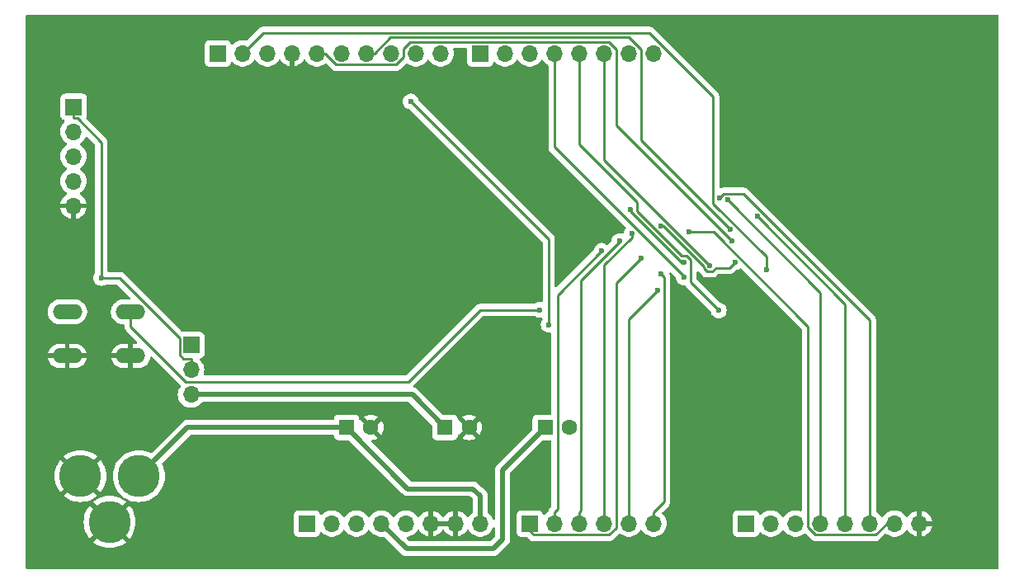
<source format=gbr>
%TF.GenerationSoftware,KiCad,Pcbnew,8.0.6*%
%TF.CreationDate,2025-01-18T19:56:56-05:00*%
%TF.ProjectId,RL78_G14_Arduino_32p,524c3738-5f47-4313-945f-41726475696e,rev?*%
%TF.SameCoordinates,Original*%
%TF.FileFunction,Copper,L2,Bot*%
%TF.FilePolarity,Positive*%
%FSLAX46Y46*%
G04 Gerber Fmt 4.6, Leading zero omitted, Abs format (unit mm)*
G04 Created by KiCad (PCBNEW 8.0.6) date 2025-01-18 19:56:56*
%MOMM*%
%LPD*%
G01*
G04 APERTURE LIST*
%TA.AperFunction,ComponentPad*%
%ADD10R,1.700000X1.700000*%
%TD*%
%TA.AperFunction,ComponentPad*%
%ADD11O,1.700000X1.700000*%
%TD*%
%TA.AperFunction,ComponentPad*%
%ADD12R,1.600000X1.600000*%
%TD*%
%TA.AperFunction,ComponentPad*%
%ADD13C,1.600000*%
%TD*%
%TA.AperFunction,ComponentPad*%
%ADD14O,3.048000X1.524000*%
%TD*%
%TA.AperFunction,ComponentPad*%
%ADD15C,4.318000*%
%TD*%
%TA.AperFunction,ViaPad*%
%ADD16C,0.600000*%
%TD*%
%TA.AperFunction,Conductor*%
%ADD17C,0.250000*%
%TD*%
%TA.AperFunction,Conductor*%
%ADD18C,0.500000*%
%TD*%
G04 APERTURE END LIST*
D10*
%TO.P,J5,1,Pin_1*%
%TO.N,+5V*%
X124000000Y-77260000D03*
D11*
%TO.P,J5,2,Pin_2*%
%TO.N,VCC*%
X126540000Y-77260000D03*
%TO.P,J5,3,Pin_3*%
%TO.N,+3.3V*%
X129080000Y-77260000D03*
%TO.P,J5,4,Pin_4*%
%TO.N,/SCK_20*%
X131620000Y-77260000D03*
%TO.P,J5,5,Pin_5*%
%TO.N,/MISO_20*%
X134160000Y-77260000D03*
%TO.P,J5,6,Pin_6*%
%TO.N,/MOSI_20*%
X136700000Y-77260000D03*
%TO.P,J5,7,Pin_7*%
%TO.N,/CS_20*%
X139240000Y-77260000D03*
%TO.P,J5,8,Pin_8*%
%TO.N,GND*%
X141780000Y-77260000D03*
%TD*%
D10*
%TO.P,J3,1,Pin_1*%
%TO.N,Net-(J3-Pin_1)*%
X101802000Y-77260000D03*
D11*
%TO.P,J3,2,Pin_2*%
%TO.N,Net-(J3-Pin_2)*%
X104342000Y-77260000D03*
%TO.P,J3,3,Pin_3*%
%TO.N,Net-(J3-Pin_3)*%
X106882000Y-77260000D03*
%TO.P,J3,4,Pin_4*%
%TO.N,Net-(J3-Pin_4)*%
X109422000Y-77260000D03*
%TO.P,J3,5,Pin_5*%
%TO.N,Net-(J3-Pin_5)*%
X111962000Y-77260000D03*
%TO.P,J3,6,Pin_6*%
%TO.N,Net-(J3-Pin_6)*%
X114502000Y-77260000D03*
%TD*%
D10*
%TO.P,J2,1,Pin_1*%
%TO.N,/SCL*%
X69798000Y-29000000D03*
D11*
%TO.P,J2,2,Pin_2*%
%TO.N,/SDA*%
X72338000Y-29000000D03*
%TO.P,J2,3,Pin_3*%
%TO.N,VCC*%
X74878000Y-29000000D03*
%TO.P,J2,4,Pin_4*%
%TO.N,GND*%
X77418000Y-29000000D03*
%TO.P,J2,5,Pin_5*%
%TO.N,/SCK_00*%
X79958000Y-29000000D03*
%TO.P,J2,6,Pin_6*%
%TO.N,/MISO_00*%
X82498000Y-29000000D03*
%TO.P,J2,7,Pin_7*%
%TO.N,/MOSI_00*%
X85038000Y-29000000D03*
%TO.P,J2,8,Pin_8*%
%TO.N,/CS_00*%
X87578000Y-29000000D03*
%TO.P,J2,9,Pin_9*%
%TO.N,Net-(J2-Pin_9)*%
X90118000Y-29000000D03*
%TO.P,J2,10,Pin_10*%
%TO.N,Net-(J2-Pin_10)*%
X92658000Y-29000000D03*
%TD*%
D10*
%TO.P,J4,1,Pin_1*%
%TO.N,/SCK_11*%
X96722000Y-29000000D03*
D11*
%TO.P,J4,2,Pin_2*%
%TO.N,/MISO_11*%
X99262000Y-29000000D03*
%TO.P,J4,3,Pin_3*%
%TO.N,/MOSI_11*%
X101802000Y-29000000D03*
%TO.P,J4,4,Pin_4*%
%TO.N,/CS_11*%
X104342000Y-29000000D03*
%TO.P,J4,5,Pin_5*%
%TO.N,/P121*%
X106882000Y-29000000D03*
%TO.P,J4,6,Pin_6*%
%TO.N,/P122*%
X109422000Y-29000000D03*
%TO.P,J4,7,Pin_7*%
%TO.N,Net-(J4-Pin_7)*%
X111962000Y-29000000D03*
%TO.P,J4,8,Pin_8*%
%TO.N,Net-(J4-Pin_8)*%
X114502000Y-29000000D03*
%TD*%
D12*
%TO.P,C4,1*%
%TO.N,+5V*%
X93102000Y-67400000D03*
D13*
%TO.P,C4,2*%
%TO.N,GND*%
X95602000Y-67400000D03*
%TD*%
D14*
%TO.P,S1,1,S*%
%TO.N,Net-(S1-S)*%
X54350800Y-55539400D03*
%TO.P,S1,2,S1*%
X60853200Y-55539400D03*
%TO.P,S1,3,P*%
%TO.N,GND*%
X54350800Y-60060600D03*
%TO.P,S1,4,P1*%
X60853200Y-60060600D03*
%TD*%
D12*
%TO.P,C2,1*%
%TO.N,/Vin*%
X83002000Y-67400000D03*
D13*
%TO.P,C2,2*%
%TO.N,GND*%
X85502000Y-67400000D03*
%TD*%
D10*
%TO.P,J1,1,Pin_1*%
%TO.N,unconnected-(J1-Pin_1-Pad1)*%
X78942000Y-77260000D03*
D11*
%TO.P,J1,2,Pin_2*%
%TO.N,VCC*%
X81482000Y-77260000D03*
%TO.P,J1,3,Pin_3*%
%TO.N,/~{RESET}*%
X84022000Y-77260000D03*
%TO.P,J1,4,Pin_4*%
%TO.N,+3.3V*%
X86562000Y-77260000D03*
%TO.P,J1,5,Pin_5*%
%TO.N,+5V*%
X89102000Y-77260000D03*
%TO.P,J1,6,Pin_6*%
%TO.N,GND*%
X91642000Y-77260000D03*
%TO.P,J1,7,Pin_7*%
X94182000Y-77260000D03*
%TO.P,J1,8,Pin_8*%
%TO.N,/Vin*%
X96722000Y-77260000D03*
%TD*%
D15*
%TO.P,P2,GND,GND*%
%TO.N,GND*%
X55700000Y-72400000D03*
%TO.P,P2,GNDBREAK,GNDBREAK*%
X58700000Y-77100000D03*
%TO.P,P2,PWR,PWR*%
%TO.N,/Vin*%
X61700000Y-72400000D03*
%TD*%
D12*
%TO.P,C6,1*%
%TO.N,+3.3V*%
X103402000Y-67400000D03*
D13*
%TO.P,C6,2*%
%TO.N,GND*%
X105902000Y-67400000D03*
%TD*%
D10*
%TO.P,JP1,1,A*%
%TO.N,+3.3V*%
X67052000Y-58960000D03*
D11*
%TO.P,JP1,2,C*%
%TO.N,VCC*%
X67052000Y-61500000D03*
%TO.P,JP1,3,B*%
%TO.N,+5V*%
X67052000Y-64040000D03*
%TD*%
D10*
%TO.P,P3,1,Pin_1*%
%TO.N,VCC*%
X55000000Y-34500000D03*
D11*
%TO.P,P3,2,Pin_2*%
%TO.N,Net-(P3-Pin_2)*%
X55000000Y-37040000D03*
%TO.P,P3,3,Pin_3*%
%TO.N,Net-(P3-Pin_3)*%
X55000000Y-39580000D03*
%TO.P,P3,4,Pin_4*%
%TO.N,/~{RESET}*%
X55000000Y-42120000D03*
%TO.P,P3,5,Pin_5*%
%TO.N,GND*%
X55000000Y-44660000D03*
%TD*%
D16*
%TO.N,GND*%
X73650000Y-42800000D03*
%TO.N,VCC*%
X89600000Y-33950000D03*
X103750000Y-56850000D03*
X57846200Y-52070000D03*
%TO.N,Net-(S1-S)*%
X102800000Y-55350000D03*
%TO.N,Net-(J3-Pin_1)*%
X113262700Y-50023000D03*
%TO.N,Net-(J3-Pin_5)*%
X114951000Y-53301900D03*
%TO.N,Net-(J3-Pin_6)*%
X115294700Y-51662500D03*
%TO.N,Net-(J3-Pin_4)*%
X112274500Y-47509300D03*
%TO.N,Net-(J3-Pin_2)*%
X109195300Y-49281000D03*
%TO.N,Net-(J3-Pin_3)*%
X111003400Y-48270400D03*
%TO.N,/CS_11*%
X117612400Y-51995600D03*
%TO.N,/MOSI_00*%
X122389100Y-47103000D03*
%TO.N,/CS_00*%
X115292700Y-46738800D03*
X122862900Y-50448400D03*
%TO.N,/SCK_00*%
X122586200Y-48265600D03*
%TO.N,/MISO_20*%
X125137300Y-45735000D03*
%TO.N,/SCK_20*%
X122083900Y-44043600D03*
%TO.N,/CS_20*%
X118109800Y-47353500D03*
%TO.N,/MOSI_20*%
X121262500Y-43840700D03*
%TO.N,Net-(J2-Pin_9)*%
X112160200Y-45015700D03*
X117665600Y-50441200D03*
%TO.N,/P121*%
X121202700Y-55405000D03*
%TO.N,/P122*%
X120258300Y-50763300D03*
%TO.N,/SDA*%
X126078400Y-51219200D03*
%TD*%
D17*
%TO.N,Net-(S1-S)*%
X102800000Y-55350000D02*
X96714600Y-55350000D01*
X96714600Y-55350000D02*
X89350900Y-62713700D01*
X89350900Y-62713700D02*
X66517500Y-62713700D01*
X60853200Y-57049400D02*
X60853200Y-55539400D01*
X66517500Y-62713700D02*
X60853200Y-57049400D01*
%TO.N,VCC*%
X103750000Y-48100000D02*
X89600000Y-33950000D01*
X103750000Y-56850000D02*
X103750000Y-48100000D01*
%TO.N,Net-(J3-Pin_1)*%
X101802000Y-77260000D02*
X101802000Y-78052000D01*
X110681000Y-77693800D02*
X110681000Y-52604700D01*
X101802000Y-78052000D02*
X102188700Y-78438700D01*
X102188700Y-78438700D02*
X109936100Y-78438700D01*
X109936100Y-78438700D02*
X110681000Y-77693800D01*
X110681000Y-52604700D02*
X113262700Y-50023000D01*
%TO.N,/CS_20*%
X118109800Y-47353500D02*
X118109800Y-47353600D01*
X118109800Y-47353600D02*
X120668000Y-47353600D01*
X131124300Y-78436700D02*
X137254400Y-78436700D01*
X120668000Y-47353600D02*
X130350000Y-57035600D01*
X130350000Y-57035600D02*
X130350000Y-77662400D01*
X130350000Y-77662400D02*
X131124300Y-78436700D01*
X137254400Y-78436700D02*
X138431100Y-77260000D01*
X138431100Y-77260000D02*
X139240000Y-77260000D01*
%TO.N,/MOSI_00*%
X85038000Y-29000000D02*
X85847000Y-29000000D01*
X85847000Y-29000000D02*
X87488900Y-27358100D01*
X87488900Y-27358100D02*
X111991600Y-27358100D01*
X113232000Y-28598500D02*
X113232000Y-37945900D01*
X111991600Y-27358100D02*
X113232000Y-28598500D01*
X113232000Y-37945900D02*
X122389100Y-47103000D01*
%TO.N,/SCK_00*%
X79958000Y-29000000D02*
X80766900Y-29000000D01*
X81943600Y-30176700D02*
X88080200Y-30176700D01*
X88848000Y-29408900D02*
X88848000Y-28536700D01*
X80766900Y-29000000D02*
X81943600Y-30176700D01*
X88080200Y-30176700D02*
X88848000Y-29408900D01*
X110692000Y-28575700D02*
X110692000Y-36371400D01*
X88848000Y-28536700D02*
X89568100Y-27816600D01*
X89568100Y-27816600D02*
X109932900Y-27816600D01*
X109932900Y-27816600D02*
X110692000Y-28575700D01*
X110692000Y-36371400D02*
X122586200Y-48265600D01*
%TO.N,/SDA*%
X126078400Y-51219200D02*
X126078400Y-49875200D01*
X126078400Y-49875200D02*
X120616500Y-44413300D01*
X120616500Y-44413300D02*
X120616500Y-33449800D01*
X120616500Y-33449800D02*
X114066100Y-26899400D01*
X114066100Y-26899400D02*
X74438600Y-26899400D01*
X74438600Y-26899400D02*
X72338000Y-29000000D01*
%TO.N,VCC*%
X55000000Y-34500000D02*
X55000000Y-35676700D01*
X67052000Y-61500000D02*
X67052000Y-60323300D01*
X66243000Y-60323300D02*
X67052000Y-60323300D01*
X65875300Y-59955600D02*
X66243000Y-60323300D01*
X65875300Y-58230500D02*
X65875300Y-59955600D01*
X59714800Y-52070000D02*
X65875300Y-58230500D01*
X57846200Y-52070000D02*
X59714800Y-52070000D01*
X57846200Y-38155200D02*
X57846200Y-52070000D01*
X55367700Y-35676700D02*
X57846200Y-38155200D01*
X55000000Y-35676700D02*
X55367700Y-35676700D01*
D18*
%TO.N,/Vin*%
X96722000Y-74422000D02*
X96722000Y-77260000D01*
X96000000Y-73700000D02*
X96722000Y-74422000D01*
X89302000Y-73700000D02*
X96000000Y-73700000D01*
X83002000Y-67400000D02*
X89302000Y-73700000D01*
X66700000Y-67400000D02*
X61700000Y-72400000D01*
X83002000Y-67400000D02*
X66700000Y-67400000D01*
D17*
%TO.N,Net-(J3-Pin_5)*%
X111962000Y-77260000D02*
X111962000Y-76083300D01*
X111962000Y-56290900D02*
X114951000Y-53301900D01*
X111962000Y-76083300D02*
X111962000Y-56290900D01*
%TO.N,Net-(J3-Pin_6)*%
X114502000Y-77260000D02*
X114502000Y-76083300D01*
X115578900Y-51946700D02*
X115294700Y-51662500D01*
X115578900Y-75006400D02*
X115578900Y-51946700D01*
X114502000Y-76083300D02*
X115578900Y-75006400D01*
%TO.N,Net-(J3-Pin_4)*%
X109422000Y-77260000D02*
X109422000Y-76083300D01*
X112274500Y-47885600D02*
X112274500Y-47509300D01*
X109422000Y-50738100D02*
X112274500Y-47885600D01*
X109422000Y-76083300D02*
X109422000Y-50738100D01*
%TO.N,Net-(J3-Pin_2)*%
X104652000Y-53824300D02*
X109195300Y-49281000D01*
X104652000Y-75773300D02*
X104652000Y-53824300D01*
X104342000Y-76083300D02*
X104652000Y-75773300D01*
X104342000Y-77260000D02*
X104342000Y-76083300D01*
%TO.N,Net-(J3-Pin_3)*%
X106882000Y-77260000D02*
X106882000Y-76083300D01*
X111003400Y-48359200D02*
X111003400Y-48270400D01*
X107028700Y-52333900D02*
X111003400Y-48359200D01*
X107028700Y-75936600D02*
X107028700Y-52333900D01*
X106882000Y-76083300D02*
X107028700Y-75936600D01*
D18*
%TO.N,+5V*%
X89742000Y-64040000D02*
X93102000Y-67400000D01*
X67052000Y-64040000D02*
X89742000Y-64040000D01*
D17*
%TO.N,/CS_11*%
X117612400Y-51897700D02*
X117612400Y-51995600D01*
X104342000Y-38627300D02*
X117612400Y-51897700D01*
X104342000Y-29000000D02*
X104342000Y-38627300D01*
%TO.N,/CS_00*%
X122299700Y-51011600D02*
X122862900Y-50448400D01*
X120896200Y-51011600D02*
X122299700Y-51011600D01*
X120896200Y-51011700D02*
X120896200Y-51011600D01*
X120517900Y-51390000D02*
X120896200Y-51011700D01*
X119998800Y-51390000D02*
X120517900Y-51390000D01*
X119631600Y-51022800D02*
X119998800Y-51390000D01*
X119631600Y-50882100D02*
X119631600Y-51022800D01*
X115488300Y-46738800D02*
X119631600Y-50882100D01*
X115292700Y-46738800D02*
X115488300Y-46738800D01*
%TO.N,/MISO_20*%
X134160000Y-54757700D02*
X125137300Y-45735000D01*
X134160000Y-77260000D02*
X134160000Y-54757700D01*
%TO.N,/SCK_20*%
X131620000Y-53579700D02*
X122083900Y-44043600D01*
X131620000Y-77260000D02*
X131620000Y-53579700D01*
%TO.N,/MOSI_20*%
X121689000Y-43414200D02*
X121262500Y-43840700D01*
X123710100Y-43414200D02*
X121689000Y-43414200D01*
X136700000Y-56404100D02*
X123710100Y-43414200D01*
X136700000Y-77260000D02*
X136700000Y-56404100D01*
%TO.N,Net-(J2-Pin_9)*%
X112160200Y-45200400D02*
X112160200Y-45015700D01*
X117401000Y-50441200D02*
X112160200Y-45200400D01*
X117665600Y-50441200D02*
X117401000Y-50441200D01*
%TO.N,/P121*%
X106882000Y-38368200D02*
X106882000Y-29000000D01*
X112786900Y-44273100D02*
X106882000Y-38368200D01*
X112786900Y-45186200D02*
X112786900Y-44273100D01*
X117415200Y-49814500D02*
X112786900Y-45186200D01*
X117925200Y-49814500D02*
X117415200Y-49814500D01*
X118292300Y-50181600D02*
X117925200Y-49814500D01*
X118292300Y-52494600D02*
X118292300Y-50181600D01*
X121202700Y-55405000D02*
X118292300Y-52494600D01*
D18*
%TO.N,+3.3V*%
X99000000Y-71802000D02*
X103402000Y-67400000D01*
X99000000Y-78900000D02*
X99000000Y-71802000D01*
X98050000Y-79850000D02*
X99000000Y-78900000D01*
X89152000Y-79850000D02*
X98050000Y-79850000D01*
X86562000Y-77260000D02*
X89152000Y-79850000D01*
D17*
%TO.N,/P122*%
X109422000Y-39927000D02*
X120258300Y-50763300D01*
X109422000Y-29000000D02*
X109422000Y-39927000D01*
%TD*%
%TA.AperFunction,Conductor*%
%TO.N,GND*%
G36*
X98182963Y-77663874D02*
G01*
X98229507Y-77715984D01*
X98241500Y-77769186D01*
X98241500Y-78534457D01*
X98221815Y-78601496D01*
X98205181Y-78622138D01*
X97772138Y-79055181D01*
X97710815Y-79088666D01*
X97684457Y-79091500D01*
X89517543Y-79091500D01*
X89450504Y-79071815D01*
X89429862Y-79055181D01*
X89195180Y-78820499D01*
X89161695Y-78759176D01*
X89166679Y-78689484D01*
X89208551Y-78633551D01*
X89262448Y-78610510D01*
X89436635Y-78581444D01*
X89649574Y-78508342D01*
X89847576Y-78401189D01*
X90025240Y-78262906D01*
X90146594Y-78131082D01*
X90177715Y-78097276D01*
X90177715Y-78097275D01*
X90177722Y-78097268D01*
X90271749Y-77953347D01*
X90324894Y-77907994D01*
X90394125Y-77898570D01*
X90457461Y-77928072D01*
X90477130Y-77950048D01*
X90603890Y-78131078D01*
X90770917Y-78298105D01*
X90964421Y-78433600D01*
X91178507Y-78533429D01*
X91178516Y-78533433D01*
X91392000Y-78590634D01*
X91392000Y-77693012D01*
X91449007Y-77725925D01*
X91576174Y-77760000D01*
X91707826Y-77760000D01*
X91834993Y-77725925D01*
X91892000Y-77693012D01*
X91892000Y-78590634D01*
X92105483Y-78533433D01*
X92105492Y-78533429D01*
X92319578Y-78433600D01*
X92513082Y-78298105D01*
X92680105Y-78131082D01*
X92810425Y-77944968D01*
X92865002Y-77901344D01*
X92934501Y-77894151D01*
X92996855Y-77925673D01*
X93013575Y-77944968D01*
X93143894Y-78131082D01*
X93310917Y-78298105D01*
X93504421Y-78433600D01*
X93718507Y-78533429D01*
X93718516Y-78533433D01*
X93932000Y-78590634D01*
X93932000Y-77693012D01*
X93989007Y-77725925D01*
X94116174Y-77760000D01*
X94247826Y-77760000D01*
X94374993Y-77725925D01*
X94432000Y-77693012D01*
X94432000Y-78590633D01*
X94645483Y-78533433D01*
X94645492Y-78533429D01*
X94859578Y-78433600D01*
X95053082Y-78298105D01*
X95220105Y-78131082D01*
X95346868Y-77950048D01*
X95401445Y-77906423D01*
X95470944Y-77899231D01*
X95533298Y-77930753D01*
X95552251Y-77953350D01*
X95646276Y-78097265D01*
X95646284Y-78097276D01*
X95798756Y-78262902D01*
X95798761Y-78262907D01*
X95837810Y-78293300D01*
X95976424Y-78401189D01*
X95976425Y-78401189D01*
X95976427Y-78401191D01*
X96036314Y-78433600D01*
X96174426Y-78508342D01*
X96387365Y-78581444D01*
X96609431Y-78618500D01*
X96834569Y-78618500D01*
X97056635Y-78581444D01*
X97269574Y-78508342D01*
X97467576Y-78401189D01*
X97645240Y-78262906D01*
X97766594Y-78131082D01*
X97797715Y-78097276D01*
X97797717Y-78097273D01*
X97797722Y-78097268D01*
X97920860Y-77908791D01*
X98003944Y-77719374D01*
X98048900Y-77665890D01*
X98115635Y-77645200D01*
X98182963Y-77663874D01*
G37*
%TD.AperFunction*%
%TA.AperFunction,Conductor*%
G36*
X93716075Y-77067007D02*
G01*
X93682000Y-77194174D01*
X93682000Y-77325826D01*
X93716075Y-77452993D01*
X93748988Y-77510000D01*
X92075012Y-77510000D01*
X92107925Y-77452993D01*
X92142000Y-77325826D01*
X92142000Y-77194174D01*
X92107925Y-77067007D01*
X92075012Y-77010000D01*
X93748988Y-77010000D01*
X93716075Y-77067007D01*
G37*
%TD.AperFunction*%
%TA.AperFunction,Conductor*%
G36*
X149867539Y-25095185D02*
G01*
X149913294Y-25147989D01*
X149924500Y-25199500D01*
X149924500Y-81800500D01*
X149904815Y-81867539D01*
X149852011Y-81913294D01*
X149800500Y-81924500D01*
X50199500Y-81924500D01*
X50132461Y-81904815D01*
X50086706Y-81852011D01*
X50075500Y-81800500D01*
X50075500Y-77100000D01*
X56036140Y-77100000D01*
X56055562Y-77421087D01*
X56113549Y-77737511D01*
X56209241Y-78044599D01*
X56209245Y-78044610D01*
X56341267Y-78337952D01*
X56341268Y-78337954D01*
X56507685Y-78613243D01*
X56507690Y-78613251D01*
X56650681Y-78795764D01*
X57478342Y-77968102D01*
X57556932Y-78076272D01*
X57723728Y-78243068D01*
X57831895Y-78321656D01*
X57004234Y-79149317D01*
X57004234Y-79149318D01*
X57186748Y-79292309D01*
X57186756Y-79292314D01*
X57462045Y-79458731D01*
X57462047Y-79458732D01*
X57755389Y-79590754D01*
X57755400Y-79590758D01*
X58062488Y-79686450D01*
X58378912Y-79744437D01*
X58700000Y-79763859D01*
X59021087Y-79744437D01*
X59337511Y-79686450D01*
X59644599Y-79590758D01*
X59644610Y-79590754D01*
X59937952Y-79458732D01*
X59937954Y-79458731D01*
X60213243Y-79292314D01*
X60213251Y-79292308D01*
X60395764Y-79149318D01*
X60395764Y-79149317D01*
X59568104Y-78321657D01*
X59676272Y-78243068D01*
X59843068Y-78076272D01*
X59921657Y-77968104D01*
X60749317Y-78795764D01*
X60749318Y-78795764D01*
X60892308Y-78613251D01*
X60892314Y-78613243D01*
X61058731Y-78337954D01*
X61058732Y-78337952D01*
X61190754Y-78044610D01*
X61190758Y-78044599D01*
X61286450Y-77737511D01*
X61344437Y-77421087D01*
X61363859Y-77100000D01*
X61344437Y-76778912D01*
X61286450Y-76462488D01*
X61190758Y-76155400D01*
X61190754Y-76155389D01*
X61058732Y-75862047D01*
X61058731Y-75862045D01*
X60892314Y-75586756D01*
X60892309Y-75586748D01*
X60749317Y-75404234D01*
X59921656Y-76231895D01*
X59843068Y-76123728D01*
X59676272Y-75956932D01*
X59568103Y-75878342D01*
X60395764Y-75050681D01*
X60395764Y-75050680D01*
X60210296Y-74905375D01*
X60211088Y-74904363D01*
X60170469Y-74854245D01*
X60165180Y-74806318D01*
X60141267Y-74820598D01*
X60071435Y-74818300D01*
X60046115Y-74806653D01*
X59937954Y-74741268D01*
X59937952Y-74741267D01*
X59644610Y-74609245D01*
X59644599Y-74609241D01*
X59337511Y-74513549D01*
X59021087Y-74455562D01*
X58700000Y-74436140D01*
X58378912Y-74455562D01*
X58062488Y-74513549D01*
X57755400Y-74609241D01*
X57755389Y-74609245D01*
X57462047Y-74741267D01*
X57462045Y-74741268D01*
X57186756Y-74907685D01*
X57004234Y-75050681D01*
X57831895Y-75878342D01*
X57723728Y-75956932D01*
X57556932Y-76123728D01*
X57478342Y-76231895D01*
X56650681Y-75404234D01*
X56507685Y-75586756D01*
X56341268Y-75862045D01*
X56341267Y-75862047D01*
X56209245Y-76155389D01*
X56209241Y-76155400D01*
X56113549Y-76462488D01*
X56055562Y-76778912D01*
X56036140Y-77100000D01*
X50075500Y-77100000D01*
X50075500Y-72400000D01*
X53036140Y-72400000D01*
X53055562Y-72721087D01*
X53113549Y-73037511D01*
X53209241Y-73344599D01*
X53209245Y-73344610D01*
X53341267Y-73637952D01*
X53341268Y-73637954D01*
X53507685Y-73913243D01*
X53507690Y-73913251D01*
X53650681Y-74095764D01*
X54478342Y-73268103D01*
X54556932Y-73376272D01*
X54723728Y-73543068D01*
X54831895Y-73621656D01*
X54004234Y-74449317D01*
X54004234Y-74449318D01*
X54186748Y-74592309D01*
X54186756Y-74592314D01*
X54462045Y-74758731D01*
X54462047Y-74758732D01*
X54755389Y-74890754D01*
X54755400Y-74890758D01*
X55062488Y-74986450D01*
X55378912Y-75044437D01*
X55700000Y-75063859D01*
X56021087Y-75044437D01*
X56337511Y-74986450D01*
X56644599Y-74890758D01*
X56644610Y-74890754D01*
X56937952Y-74758732D01*
X56937954Y-74758731D01*
X57213243Y-74592314D01*
X57213251Y-74592308D01*
X57395764Y-74449318D01*
X57395764Y-74449317D01*
X56568104Y-73621657D01*
X56676272Y-73543068D01*
X56843068Y-73376272D01*
X56921657Y-73268104D01*
X57749317Y-74095764D01*
X57749318Y-74095764D01*
X57892308Y-73913251D01*
X57892314Y-73913243D01*
X58058731Y-73637954D01*
X58058732Y-73637952D01*
X58190754Y-73344610D01*
X58190758Y-73344599D01*
X58286450Y-73037511D01*
X58344437Y-72721087D01*
X58363859Y-72400000D01*
X58344437Y-72078912D01*
X58286450Y-71762488D01*
X58190758Y-71455400D01*
X58190754Y-71455389D01*
X58058732Y-71162047D01*
X58058731Y-71162045D01*
X57892314Y-70886756D01*
X57892309Y-70886748D01*
X57749317Y-70704234D01*
X56921656Y-71531895D01*
X56843068Y-71423728D01*
X56676272Y-71256932D01*
X56568103Y-71178342D01*
X57395764Y-70350681D01*
X57395764Y-70350680D01*
X57213251Y-70207690D01*
X57213243Y-70207685D01*
X56937954Y-70041268D01*
X56937952Y-70041267D01*
X56644610Y-69909245D01*
X56644599Y-69909241D01*
X56337511Y-69813549D01*
X56021087Y-69755562D01*
X55700000Y-69736140D01*
X55378912Y-69755562D01*
X55062488Y-69813549D01*
X54755400Y-69909241D01*
X54755389Y-69909245D01*
X54462047Y-70041267D01*
X54462045Y-70041268D01*
X54186756Y-70207685D01*
X54004234Y-70350681D01*
X54831895Y-71178342D01*
X54723728Y-71256932D01*
X54556932Y-71423728D01*
X54478342Y-71531895D01*
X53650681Y-70704234D01*
X53507685Y-70886756D01*
X53341268Y-71162045D01*
X53341267Y-71162047D01*
X53209245Y-71455389D01*
X53209241Y-71455400D01*
X53113549Y-71762488D01*
X53055562Y-72078912D01*
X53036140Y-72400000D01*
X50075500Y-72400000D01*
X50075500Y-59810599D01*
X52350665Y-59810599D01*
X52350665Y-59810600D01*
X53908549Y-59810600D01*
X53877419Y-59864519D01*
X53842800Y-59993720D01*
X53842800Y-60127480D01*
X53877419Y-60256681D01*
X53908549Y-60310600D01*
X52350665Y-60310600D01*
X52357874Y-60356117D01*
X52419256Y-60545035D01*
X52509441Y-60722032D01*
X52626203Y-60882739D01*
X52626203Y-60882740D01*
X52766659Y-61023196D01*
X52927367Y-61139958D01*
X53104362Y-61230142D01*
X53293277Y-61291524D01*
X53489479Y-61322600D01*
X54100800Y-61322600D01*
X54100800Y-60502851D01*
X54154719Y-60533981D01*
X54283920Y-60568600D01*
X54417680Y-60568600D01*
X54546881Y-60533981D01*
X54600800Y-60502851D01*
X54600800Y-61322600D01*
X55212121Y-61322600D01*
X55408320Y-61291524D01*
X55408323Y-61291524D01*
X55597237Y-61230142D01*
X55774232Y-61139958D01*
X55934939Y-61023196D01*
X55934940Y-61023196D01*
X56075396Y-60882740D01*
X56075396Y-60882739D01*
X56192158Y-60722032D01*
X56282343Y-60545035D01*
X56343725Y-60356117D01*
X56350934Y-60310600D01*
X54793051Y-60310600D01*
X54824181Y-60256681D01*
X54858800Y-60127480D01*
X54858800Y-59993720D01*
X54824181Y-59864519D01*
X54793051Y-59810600D01*
X56350935Y-59810600D01*
X56350934Y-59810599D01*
X56343725Y-59765082D01*
X56282343Y-59576164D01*
X56192158Y-59399167D01*
X56075396Y-59238460D01*
X56075396Y-59238459D01*
X55934940Y-59098003D01*
X55774232Y-58981241D01*
X55597237Y-58891057D01*
X55408322Y-58829675D01*
X55212121Y-58798600D01*
X54600800Y-58798600D01*
X54600800Y-59618348D01*
X54546881Y-59587219D01*
X54417680Y-59552600D01*
X54283920Y-59552600D01*
X54154719Y-59587219D01*
X54100800Y-59618348D01*
X54100800Y-58798600D01*
X53489479Y-58798600D01*
X53293279Y-58829675D01*
X53293276Y-58829675D01*
X53104362Y-58891057D01*
X52927367Y-58981241D01*
X52766660Y-59098003D01*
X52766659Y-59098003D01*
X52626203Y-59238459D01*
X52626203Y-59238460D01*
X52509441Y-59399167D01*
X52419256Y-59576164D01*
X52357874Y-59765082D01*
X52350665Y-59810599D01*
X50075500Y-59810599D01*
X50075500Y-55439409D01*
X52318300Y-55439409D01*
X52318300Y-55639390D01*
X52349584Y-55836911D01*
X52411379Y-56027100D01*
X52470545Y-56143218D01*
X52502171Y-56205287D01*
X52619717Y-56367075D01*
X52761125Y-56508483D01*
X52922913Y-56626029D01*
X53051422Y-56691508D01*
X53101099Y-56716820D01*
X53196193Y-56747717D01*
X53291290Y-56778616D01*
X53488809Y-56809900D01*
X53488810Y-56809900D01*
X55212790Y-56809900D01*
X55212791Y-56809900D01*
X55410310Y-56778616D01*
X55600503Y-56716819D01*
X55778687Y-56626029D01*
X55940475Y-56508483D01*
X56081883Y-56367075D01*
X56199429Y-56205287D01*
X56290219Y-56027103D01*
X56352016Y-55836910D01*
X56383300Y-55639391D01*
X56383300Y-55439409D01*
X56352016Y-55241890D01*
X56321117Y-55146793D01*
X56290220Y-55051699D01*
X56255616Y-54983785D01*
X56199429Y-54873513D01*
X56081883Y-54711725D01*
X55940475Y-54570317D01*
X55778687Y-54452771D01*
X55648789Y-54386584D01*
X55600500Y-54361979D01*
X55410311Y-54300184D01*
X55311550Y-54284542D01*
X55212791Y-54268900D01*
X53488809Y-54268900D01*
X53422969Y-54279328D01*
X53291288Y-54300184D01*
X53101099Y-54361979D01*
X52922912Y-54452771D01*
X52866276Y-54493920D01*
X52761125Y-54570317D01*
X52761123Y-54570319D01*
X52761122Y-54570319D01*
X52619719Y-54711722D01*
X52619719Y-54711723D01*
X52619717Y-54711725D01*
X52618145Y-54713889D01*
X52502171Y-54873512D01*
X52411379Y-55051699D01*
X52349584Y-55241888D01*
X52318300Y-55439409D01*
X50075500Y-55439409D01*
X50075500Y-37039994D01*
X53636844Y-37039994D01*
X53636844Y-37040005D01*
X53655434Y-37264359D01*
X53655436Y-37264371D01*
X53710703Y-37482614D01*
X53801140Y-37688792D01*
X53924276Y-37877265D01*
X53924284Y-37877276D01*
X54076756Y-38042902D01*
X54076760Y-38042906D01*
X54254424Y-38181189D01*
X54254429Y-38181191D01*
X54254431Y-38181193D01*
X54290930Y-38200946D01*
X54340520Y-38250165D01*
X54355628Y-38318382D01*
X54331457Y-38383937D01*
X54290930Y-38419054D01*
X54254431Y-38438806D01*
X54254422Y-38438812D01*
X54076761Y-38577092D01*
X54076756Y-38577097D01*
X53924284Y-38742723D01*
X53924276Y-38742734D01*
X53801140Y-38931207D01*
X53710703Y-39137385D01*
X53655436Y-39355628D01*
X53655434Y-39355640D01*
X53636844Y-39579994D01*
X53636844Y-39580005D01*
X53655434Y-39804359D01*
X53655436Y-39804371D01*
X53710703Y-40022614D01*
X53801140Y-40228792D01*
X53924276Y-40417265D01*
X53924284Y-40417276D01*
X54076756Y-40582902D01*
X54076760Y-40582906D01*
X54254424Y-40721189D01*
X54254429Y-40721191D01*
X54254431Y-40721193D01*
X54290930Y-40740946D01*
X54340520Y-40790165D01*
X54355628Y-40858382D01*
X54331457Y-40923937D01*
X54290930Y-40959054D01*
X54254431Y-40978806D01*
X54254422Y-40978812D01*
X54076761Y-41117092D01*
X54076756Y-41117097D01*
X53924284Y-41282723D01*
X53924276Y-41282734D01*
X53801140Y-41471207D01*
X53710703Y-41677385D01*
X53655436Y-41895628D01*
X53655434Y-41895640D01*
X53636844Y-42119994D01*
X53636844Y-42120005D01*
X53655434Y-42344359D01*
X53655436Y-42344371D01*
X53710703Y-42562614D01*
X53801140Y-42768792D01*
X53924276Y-42957265D01*
X53924284Y-42957276D01*
X54076756Y-43122902D01*
X54076760Y-43122906D01*
X54254424Y-43261189D01*
X54297693Y-43284605D01*
X54297695Y-43284606D01*
X54347286Y-43333825D01*
X54362394Y-43402042D01*
X54338224Y-43467597D01*
X54309802Y-43495236D01*
X54128922Y-43621890D01*
X54128920Y-43621891D01*
X53961891Y-43788920D01*
X53961886Y-43788926D01*
X53826400Y-43982420D01*
X53826399Y-43982422D01*
X53726570Y-44196507D01*
X53726567Y-44196513D01*
X53669364Y-44409999D01*
X53669364Y-44410000D01*
X54566988Y-44410000D01*
X54534075Y-44467007D01*
X54500000Y-44594174D01*
X54500000Y-44725826D01*
X54534075Y-44852993D01*
X54566988Y-44910000D01*
X53669364Y-44910000D01*
X53726567Y-45123486D01*
X53726570Y-45123492D01*
X53826399Y-45337578D01*
X53961894Y-45531082D01*
X54128917Y-45698105D01*
X54322421Y-45833600D01*
X54536507Y-45933429D01*
X54536516Y-45933433D01*
X54750000Y-45990634D01*
X54750000Y-45093012D01*
X54807007Y-45125925D01*
X54934174Y-45160000D01*
X55065826Y-45160000D01*
X55192993Y-45125925D01*
X55250000Y-45093012D01*
X55250000Y-45990633D01*
X55463483Y-45933433D01*
X55463492Y-45933429D01*
X55677578Y-45833600D01*
X55871082Y-45698105D01*
X56038105Y-45531082D01*
X56173600Y-45337578D01*
X56273429Y-45123492D01*
X56273432Y-45123486D01*
X56330636Y-44910000D01*
X55433012Y-44910000D01*
X55465925Y-44852993D01*
X55500000Y-44725826D01*
X55500000Y-44594174D01*
X55465925Y-44467007D01*
X55433012Y-44410000D01*
X56330636Y-44410000D01*
X56330635Y-44409999D01*
X56273432Y-44196513D01*
X56273429Y-44196507D01*
X56173600Y-43982422D01*
X56173599Y-43982420D01*
X56038113Y-43788926D01*
X56038108Y-43788920D01*
X55871082Y-43621894D01*
X55690197Y-43495236D01*
X55646572Y-43440659D01*
X55639380Y-43371160D01*
X55670902Y-43308806D01*
X55702300Y-43284608D01*
X55745576Y-43261189D01*
X55923240Y-43122906D01*
X56022614Y-43014957D01*
X56075715Y-42957276D01*
X56075716Y-42957274D01*
X56075722Y-42957268D01*
X56198860Y-42768791D01*
X56289296Y-42562616D01*
X56344564Y-42344368D01*
X56363156Y-42120000D01*
X56344564Y-41895632D01*
X56289296Y-41677384D01*
X56198860Y-41471209D01*
X56075722Y-41282732D01*
X56075719Y-41282729D01*
X56075715Y-41282723D01*
X55923243Y-41117097D01*
X55923238Y-41117092D01*
X55745577Y-40978812D01*
X55745578Y-40978812D01*
X55745576Y-40978811D01*
X55709070Y-40959055D01*
X55659479Y-40909836D01*
X55644371Y-40841619D01*
X55668541Y-40776064D01*
X55709070Y-40740945D01*
X55709084Y-40740936D01*
X55745576Y-40721189D01*
X55923240Y-40582906D01*
X56075722Y-40417268D01*
X56198860Y-40228791D01*
X56289296Y-40022616D01*
X56344564Y-39804368D01*
X56363156Y-39580000D01*
X56346483Y-39378795D01*
X56344565Y-39355640D01*
X56344563Y-39355628D01*
X56298352Y-39173146D01*
X56289296Y-39137384D01*
X56198860Y-38931209D01*
X56075722Y-38742732D01*
X56075719Y-38742729D01*
X56075715Y-38742723D01*
X55923243Y-38577097D01*
X55923238Y-38577092D01*
X55745577Y-38438812D01*
X55745578Y-38438812D01*
X55745576Y-38438811D01*
X55709070Y-38419055D01*
X55659479Y-38369836D01*
X55644371Y-38301619D01*
X55668541Y-38236064D01*
X55709070Y-38200945D01*
X55709084Y-38200936D01*
X55745576Y-38181189D01*
X55923240Y-38042906D01*
X56075722Y-37877268D01*
X56198860Y-37688791D01*
X56212860Y-37656873D01*
X56257813Y-37603388D01*
X56324549Y-37582696D01*
X56391877Y-37601369D01*
X56414097Y-37619001D01*
X57176381Y-38381285D01*
X57209866Y-38442608D01*
X57212700Y-38468966D01*
X57212700Y-51522839D01*
X57193694Y-51588811D01*
X57113158Y-51716982D01*
X57052982Y-51888953D01*
X57052981Y-51888958D01*
X57032584Y-52069996D01*
X57032584Y-52070003D01*
X57052981Y-52251041D01*
X57052982Y-52251046D01*
X57087123Y-52348615D01*
X57113157Y-52423015D01*
X57210089Y-52577281D01*
X57338919Y-52706111D01*
X57493185Y-52803043D01*
X57665153Y-52863217D01*
X57665158Y-52863218D01*
X57846196Y-52883616D01*
X57846200Y-52883616D01*
X57846204Y-52883616D01*
X58027241Y-52863218D01*
X58027244Y-52863217D01*
X58027247Y-52863217D01*
X58199215Y-52803043D01*
X58199217Y-52803041D01*
X58199219Y-52803041D01*
X58199222Y-52803039D01*
X58327388Y-52722507D01*
X58393360Y-52703500D01*
X59401034Y-52703500D01*
X59468073Y-52723185D01*
X59488715Y-52739819D01*
X60806115Y-54057219D01*
X60839600Y-54118542D01*
X60834616Y-54188234D01*
X60792744Y-54244167D01*
X60727280Y-54268584D01*
X60718434Y-54268900D01*
X59991209Y-54268900D01*
X59925369Y-54279328D01*
X59793688Y-54300184D01*
X59603499Y-54361979D01*
X59425312Y-54452771D01*
X59368676Y-54493920D01*
X59263525Y-54570317D01*
X59263523Y-54570319D01*
X59263522Y-54570319D01*
X59122119Y-54711722D01*
X59122119Y-54711723D01*
X59122117Y-54711725D01*
X59120545Y-54713889D01*
X59004571Y-54873512D01*
X58913779Y-55051699D01*
X58851984Y-55241888D01*
X58820700Y-55439409D01*
X58820700Y-55639390D01*
X58851984Y-55836911D01*
X58913779Y-56027100D01*
X58972945Y-56143218D01*
X59004571Y-56205287D01*
X59122117Y-56367075D01*
X59263525Y-56508483D01*
X59425313Y-56626029D01*
X59553822Y-56691508D01*
X59603499Y-56716820D01*
X59698593Y-56747717D01*
X59793690Y-56778616D01*
X59991209Y-56809900D01*
X60095700Y-56809900D01*
X60162739Y-56829585D01*
X60208494Y-56882389D01*
X60219700Y-56933900D01*
X60219700Y-57111798D01*
X60244043Y-57234177D01*
X60244045Y-57234185D01*
X60291798Y-57349472D01*
X60291803Y-57349481D01*
X60361128Y-57453232D01*
X60361131Y-57453236D01*
X61494815Y-58586919D01*
X61528300Y-58648242D01*
X61523316Y-58717934D01*
X61481444Y-58773867D01*
X61415980Y-58798284D01*
X61407134Y-58798600D01*
X61103200Y-58798600D01*
X61103200Y-59618348D01*
X61049281Y-59587219D01*
X60920080Y-59552600D01*
X60786320Y-59552600D01*
X60657119Y-59587219D01*
X60603200Y-59618348D01*
X60603200Y-58798600D01*
X59991879Y-58798600D01*
X59795679Y-58829675D01*
X59795676Y-58829675D01*
X59606762Y-58891057D01*
X59429767Y-58981241D01*
X59269060Y-59098003D01*
X59269059Y-59098003D01*
X59128603Y-59238459D01*
X59128603Y-59238460D01*
X59011841Y-59399167D01*
X58921656Y-59576164D01*
X58860274Y-59765082D01*
X58853065Y-59810599D01*
X58853065Y-59810600D01*
X60410949Y-59810600D01*
X60379819Y-59864519D01*
X60345200Y-59993720D01*
X60345200Y-60127480D01*
X60379819Y-60256681D01*
X60410949Y-60310600D01*
X58853065Y-60310600D01*
X58860274Y-60356117D01*
X58921656Y-60545035D01*
X59011841Y-60722032D01*
X59128603Y-60882739D01*
X59128603Y-60882740D01*
X59269059Y-61023196D01*
X59429767Y-61139958D01*
X59606762Y-61230142D01*
X59795677Y-61291524D01*
X59991879Y-61322600D01*
X60603200Y-61322600D01*
X60603200Y-60502851D01*
X60657119Y-60533981D01*
X60786320Y-60568600D01*
X60920080Y-60568600D01*
X61049281Y-60533981D01*
X61103200Y-60502851D01*
X61103200Y-61322600D01*
X61714521Y-61322600D01*
X61910720Y-61291524D01*
X61910723Y-61291524D01*
X62099637Y-61230142D01*
X62276632Y-61139958D01*
X62437339Y-61023196D01*
X62437340Y-61023196D01*
X62577796Y-60882740D01*
X62577796Y-60882739D01*
X62694558Y-60722032D01*
X62784742Y-60545037D01*
X62846124Y-60356123D01*
X62846125Y-60356118D01*
X62865192Y-60235734D01*
X62895121Y-60172599D01*
X62954432Y-60135667D01*
X63024295Y-60136665D01*
X63075346Y-60167450D01*
X65958164Y-63050268D01*
X65991649Y-63111591D01*
X65986665Y-63181283D01*
X65974292Y-63205770D01*
X65853139Y-63391208D01*
X65762703Y-63597385D01*
X65707436Y-63815628D01*
X65707434Y-63815640D01*
X65688844Y-64039994D01*
X65688844Y-64040005D01*
X65707434Y-64264359D01*
X65707436Y-64264371D01*
X65762703Y-64482614D01*
X65853140Y-64688792D01*
X65976276Y-64877265D01*
X65976284Y-64877276D01*
X66128756Y-65042902D01*
X66128760Y-65042906D01*
X66306424Y-65181189D01*
X66306425Y-65181189D01*
X66306427Y-65181191D01*
X66433135Y-65249761D01*
X66504426Y-65288342D01*
X66717365Y-65361444D01*
X66939431Y-65398500D01*
X67164569Y-65398500D01*
X67386635Y-65361444D01*
X67599574Y-65288342D01*
X67797576Y-65181189D01*
X67975240Y-65042906D01*
X68127722Y-64877268D01*
X68142482Y-64854675D01*
X68195628Y-64809321D01*
X68246289Y-64798500D01*
X89376457Y-64798500D01*
X89443496Y-64818185D01*
X89464138Y-64834819D01*
X91757181Y-67127862D01*
X91790666Y-67189185D01*
X91793500Y-67215543D01*
X91793500Y-68248654D01*
X91800011Y-68309202D01*
X91800011Y-68309204D01*
X91851111Y-68446204D01*
X91938739Y-68563261D01*
X92055796Y-68650889D01*
X92192799Y-68701989D01*
X92220050Y-68704918D01*
X92253345Y-68708499D01*
X92253362Y-68708500D01*
X93950638Y-68708500D01*
X93950654Y-68708499D01*
X93977692Y-68705591D01*
X94011201Y-68701989D01*
X94148204Y-68650889D01*
X94265261Y-68563261D01*
X94352889Y-68446204D01*
X94403989Y-68309201D01*
X94408285Y-68269245D01*
X94410499Y-68248654D01*
X94410677Y-68245331D01*
X94410855Y-68245340D01*
X94410856Y-68245335D01*
X94410959Y-68245346D01*
X94412128Y-68245408D01*
X94430185Y-68183915D01*
X94482989Y-68138160D01*
X94515967Y-68132479D01*
X95202000Y-67446446D01*
X95202000Y-67452661D01*
X95229259Y-67554394D01*
X95281920Y-67645606D01*
X95356394Y-67720080D01*
X95447606Y-67772741D01*
X95549339Y-67800000D01*
X95555553Y-67800000D01*
X94876526Y-68479025D01*
X94949513Y-68530132D01*
X94949521Y-68530136D01*
X95155668Y-68626264D01*
X95155682Y-68626269D01*
X95375389Y-68685139D01*
X95375400Y-68685141D01*
X95601998Y-68704966D01*
X95602002Y-68704966D01*
X95828599Y-68685141D01*
X95828610Y-68685139D01*
X96048317Y-68626269D01*
X96048331Y-68626264D01*
X96254478Y-68530136D01*
X96327471Y-68479024D01*
X95648447Y-67800000D01*
X95654661Y-67800000D01*
X95756394Y-67772741D01*
X95847606Y-67720080D01*
X95922080Y-67645606D01*
X95974741Y-67554394D01*
X96002000Y-67452661D01*
X96002000Y-67446447D01*
X96681024Y-68125471D01*
X96732136Y-68052478D01*
X96828264Y-67846331D01*
X96828269Y-67846317D01*
X96887139Y-67626610D01*
X96887141Y-67626599D01*
X96906966Y-67400002D01*
X96906966Y-67399997D01*
X96887141Y-67173400D01*
X96887139Y-67173389D01*
X96828269Y-66953682D01*
X96828264Y-66953668D01*
X96732136Y-66747521D01*
X96732132Y-66747513D01*
X96681025Y-66674526D01*
X96002000Y-67353551D01*
X96002000Y-67347339D01*
X95974741Y-67245606D01*
X95922080Y-67154394D01*
X95847606Y-67079920D01*
X95756394Y-67027259D01*
X95654661Y-67000000D01*
X95648448Y-67000000D01*
X96327472Y-66320974D01*
X96254478Y-66269863D01*
X96048331Y-66173735D01*
X96048317Y-66173730D01*
X95828610Y-66114860D01*
X95828599Y-66114858D01*
X95602002Y-66095034D01*
X95601998Y-66095034D01*
X95375400Y-66114858D01*
X95375389Y-66114860D01*
X95155682Y-66173730D01*
X95155673Y-66173734D01*
X94949516Y-66269866D01*
X94949512Y-66269868D01*
X94876526Y-66320973D01*
X94876526Y-66320974D01*
X95555553Y-67000000D01*
X95549339Y-67000000D01*
X95447606Y-67027259D01*
X95356394Y-67079920D01*
X95281920Y-67154394D01*
X95229259Y-67245606D01*
X95202000Y-67347339D01*
X95202000Y-67353552D01*
X94514910Y-66666463D01*
X94476805Y-66658804D01*
X94426623Y-66610188D01*
X94411965Y-66554600D01*
X94410959Y-66554653D01*
X94410856Y-66554665D01*
X94410855Y-66554659D01*
X94410677Y-66554669D01*
X94410499Y-66551345D01*
X94407157Y-66520270D01*
X94403989Y-66490799D01*
X94352889Y-66353796D01*
X94265261Y-66236739D01*
X94148204Y-66149111D01*
X94135753Y-66144467D01*
X94011203Y-66098011D01*
X93950654Y-66091500D01*
X93950638Y-66091500D01*
X92917543Y-66091500D01*
X92850504Y-66071815D01*
X92829862Y-66055181D01*
X90225518Y-63450836D01*
X90225517Y-63450835D01*
X90136278Y-63391208D01*
X90101284Y-63367826D01*
X89963247Y-63310649D01*
X89963239Y-63310647D01*
X89929380Y-63303912D01*
X89867469Y-63271527D01*
X89832895Y-63210812D01*
X89836634Y-63141042D01*
X89865890Y-63094614D01*
X96940685Y-56019819D01*
X97002008Y-55986334D01*
X97028366Y-55983500D01*
X102252840Y-55983500D01*
X102318812Y-56002507D01*
X102446977Y-56083039D01*
X102446980Y-56083041D01*
X102446984Y-56083042D01*
X102446985Y-56083043D01*
X102560007Y-56122591D01*
X102618953Y-56143217D01*
X102618958Y-56143218D01*
X102799996Y-56163616D01*
X102800000Y-56163616D01*
X102800003Y-56163616D01*
X102978616Y-56143491D01*
X103047438Y-56155545D01*
X103098818Y-56202894D01*
X103116500Y-56266711D01*
X103116500Y-56302839D01*
X103097494Y-56368811D01*
X103016958Y-56496982D01*
X102956782Y-56668953D01*
X102956781Y-56668958D01*
X102936384Y-56849996D01*
X102936384Y-56850003D01*
X102956781Y-57031041D01*
X102956782Y-57031046D01*
X102985039Y-57111798D01*
X103016957Y-57203015D01*
X103113889Y-57357281D01*
X103242719Y-57486111D01*
X103396985Y-57583043D01*
X103568953Y-57643217D01*
X103568958Y-57643218D01*
X103749996Y-57663616D01*
X103750000Y-57663616D01*
X103750003Y-57663616D01*
X103834935Y-57654046D01*
X103880616Y-57648899D01*
X103949438Y-57660953D01*
X104000817Y-57708302D01*
X104018500Y-57772119D01*
X104018500Y-65967500D01*
X103998815Y-66034539D01*
X103946011Y-66080294D01*
X103894500Y-66091500D01*
X102553345Y-66091500D01*
X102492797Y-66098011D01*
X102492795Y-66098011D01*
X102355795Y-66149111D01*
X102238739Y-66236739D01*
X102151111Y-66353795D01*
X102100011Y-66490795D01*
X102100011Y-66490797D01*
X102093500Y-66551345D01*
X102093500Y-67584456D01*
X102073815Y-67651495D01*
X102057181Y-67672137D01*
X98410836Y-71318481D01*
X98410830Y-71318489D01*
X98327828Y-71442710D01*
X98327826Y-71442714D01*
X98323834Y-71452355D01*
X98323831Y-71452362D01*
X98270649Y-71580753D01*
X98270647Y-71580759D01*
X98241500Y-71727291D01*
X98241500Y-76750813D01*
X98221815Y-76817852D01*
X98169011Y-76863607D01*
X98099853Y-76873551D01*
X98036297Y-76844526D01*
X98003944Y-76800623D01*
X97920859Y-76611207D01*
X97797723Y-76422734D01*
X97797715Y-76422723D01*
X97645243Y-76257097D01*
X97645238Y-76257092D01*
X97528337Y-76166103D01*
X97487524Y-76109392D01*
X97480500Y-76068250D01*
X97480500Y-74347291D01*
X97480499Y-74347289D01*
X97451352Y-74200760D01*
X97451351Y-74200756D01*
X97451351Y-74200754D01*
X97444210Y-74183515D01*
X97398195Y-74072424D01*
X97394174Y-74062716D01*
X97311165Y-73938484D01*
X97205516Y-73832835D01*
X96915749Y-73543068D01*
X96483518Y-73110836D01*
X96483517Y-73110835D01*
X96421399Y-73069330D01*
X96359284Y-73027826D01*
X96221247Y-72970649D01*
X96221239Y-72970647D01*
X96147976Y-72956074D01*
X96074709Y-72941500D01*
X96074706Y-72941500D01*
X89667543Y-72941500D01*
X89600504Y-72921815D01*
X89579862Y-72905181D01*
X85577523Y-68902842D01*
X85544038Y-68841519D01*
X85549022Y-68771827D01*
X85590894Y-68715894D01*
X85654397Y-68691633D01*
X85728599Y-68685141D01*
X85728610Y-68685139D01*
X85948317Y-68626269D01*
X85948331Y-68626264D01*
X86154478Y-68530136D01*
X86227471Y-68479024D01*
X85548447Y-67800000D01*
X85554661Y-67800000D01*
X85656394Y-67772741D01*
X85747606Y-67720080D01*
X85822080Y-67645606D01*
X85874741Y-67554394D01*
X85902000Y-67452661D01*
X85902000Y-67446447D01*
X86581024Y-68125471D01*
X86632136Y-68052478D01*
X86728264Y-67846331D01*
X86728269Y-67846317D01*
X86787139Y-67626610D01*
X86787141Y-67626599D01*
X86806966Y-67400002D01*
X86806966Y-67399997D01*
X86787141Y-67173400D01*
X86787139Y-67173389D01*
X86728269Y-66953682D01*
X86728264Y-66953668D01*
X86632136Y-66747521D01*
X86632132Y-66747513D01*
X86581025Y-66674526D01*
X85902000Y-67353551D01*
X85902000Y-67347339D01*
X85874741Y-67245606D01*
X85822080Y-67154394D01*
X85747606Y-67079920D01*
X85656394Y-67027259D01*
X85554661Y-67000000D01*
X85548448Y-67000000D01*
X86227472Y-66320974D01*
X86154478Y-66269863D01*
X85948331Y-66173735D01*
X85948317Y-66173730D01*
X85728610Y-66114860D01*
X85728599Y-66114858D01*
X85502002Y-66095034D01*
X85501998Y-66095034D01*
X85275400Y-66114858D01*
X85275389Y-66114860D01*
X85055682Y-66173730D01*
X85055673Y-66173734D01*
X84849516Y-66269866D01*
X84849512Y-66269868D01*
X84776526Y-66320973D01*
X84776526Y-66320974D01*
X85455553Y-67000000D01*
X85449339Y-67000000D01*
X85347606Y-67027259D01*
X85256394Y-67079920D01*
X85181920Y-67154394D01*
X85129259Y-67245606D01*
X85102000Y-67347339D01*
X85102000Y-67353553D01*
X84414910Y-66666463D01*
X84376805Y-66658804D01*
X84326623Y-66610188D01*
X84311965Y-66554600D01*
X84310959Y-66554653D01*
X84310856Y-66554665D01*
X84310855Y-66554659D01*
X84310677Y-66554669D01*
X84310499Y-66551345D01*
X84307157Y-66520270D01*
X84303989Y-66490799D01*
X84252889Y-66353796D01*
X84165261Y-66236739D01*
X84048204Y-66149111D01*
X84035753Y-66144467D01*
X83911203Y-66098011D01*
X83850654Y-66091500D01*
X83850638Y-66091500D01*
X82153362Y-66091500D01*
X82153345Y-66091500D01*
X82092797Y-66098011D01*
X82092795Y-66098011D01*
X81955795Y-66149111D01*
X81838739Y-66236739D01*
X81751111Y-66353795D01*
X81700011Y-66490795D01*
X81700010Y-66490798D01*
X81695715Y-66530755D01*
X81668977Y-66595306D01*
X81611585Y-66635155D01*
X81572426Y-66641500D01*
X66625290Y-66641500D01*
X66552024Y-66656074D01*
X66478760Y-66670647D01*
X66478752Y-66670649D01*
X66340717Y-66727825D01*
X66216482Y-66810835D01*
X63038072Y-69989245D01*
X62976749Y-70022730D01*
X62907057Y-70017746D01*
X62899500Y-70014639D01*
X62647649Y-69901289D01*
X62647620Y-69901278D01*
X62339540Y-69805277D01*
X62022114Y-69747108D01*
X61700000Y-69727624D01*
X61377885Y-69747108D01*
X61060459Y-69805277D01*
X60752379Y-69901278D01*
X60752364Y-69901284D01*
X60458089Y-70033726D01*
X60458087Y-70033728D01*
X60181918Y-70200676D01*
X60181910Y-70200682D01*
X59927883Y-70399700D01*
X59699700Y-70627883D01*
X59500682Y-70881910D01*
X59500676Y-70881918D01*
X59333728Y-71158087D01*
X59333726Y-71158089D01*
X59201285Y-71452362D01*
X59201278Y-71452379D01*
X59105277Y-71760459D01*
X59047108Y-72077885D01*
X59027624Y-72400000D01*
X59047108Y-72722114D01*
X59105277Y-73039540D01*
X59201278Y-73347620D01*
X59201284Y-73347635D01*
X59333726Y-73641910D01*
X59333727Y-73641911D01*
X59333729Y-73641915D01*
X59357791Y-73681718D01*
X59500676Y-73918081D01*
X59500682Y-73918089D01*
X59699700Y-74172116D01*
X59927883Y-74400299D01*
X60184866Y-74601633D01*
X60184073Y-74602644D01*
X60224693Y-74652763D01*
X60229981Y-74700689D01*
X60253895Y-74686410D01*
X60323727Y-74688708D01*
X60349044Y-74700353D01*
X60458085Y-74766271D01*
X60752362Y-74898715D01*
X60752371Y-74898717D01*
X60752379Y-74898721D01*
X61033913Y-74986450D01*
X61060459Y-74994722D01*
X61377881Y-75052891D01*
X61700000Y-75072376D01*
X62022119Y-75052891D01*
X62339541Y-74994722D01*
X62476181Y-74952143D01*
X62647620Y-74898721D01*
X62647624Y-74898719D01*
X62647638Y-74898715D01*
X62941915Y-74766271D01*
X63218083Y-74599322D01*
X63472113Y-74400302D01*
X63700302Y-74172113D01*
X63899322Y-73918083D01*
X64066271Y-73641915D01*
X64198715Y-73347638D01*
X64294722Y-73039541D01*
X64352891Y-72722119D01*
X64372376Y-72400000D01*
X64352891Y-72077881D01*
X64294722Y-71760459D01*
X64249259Y-71614562D01*
X64198721Y-71452379D01*
X64198715Y-71452362D01*
X64138463Y-71318489D01*
X64085358Y-71200496D01*
X64075796Y-71131285D01*
X64105169Y-71067890D01*
X64110738Y-71061941D01*
X66977862Y-68194819D01*
X67039185Y-68161334D01*
X67065543Y-68158500D01*
X81572426Y-68158500D01*
X81639465Y-68178185D01*
X81685220Y-68230989D01*
X81695715Y-68269245D01*
X81700010Y-68309201D01*
X81700011Y-68309204D01*
X81751111Y-68446204D01*
X81838739Y-68563261D01*
X81955796Y-68650889D01*
X82092799Y-68701989D01*
X82120050Y-68704918D01*
X82153345Y-68708499D01*
X82153362Y-68708500D01*
X83186457Y-68708500D01*
X83253496Y-68728185D01*
X83274138Y-68744819D01*
X88712834Y-74183515D01*
X88712835Y-74183516D01*
X88818484Y-74289165D01*
X88818485Y-74289166D01*
X88942709Y-74372170D01*
X88942722Y-74372177D01*
X89003242Y-74397245D01*
X89003243Y-74397245D01*
X89080753Y-74429351D01*
X89106106Y-74434393D01*
X89153970Y-74443915D01*
X89153997Y-74443919D01*
X89154024Y-74443925D01*
X89227294Y-74458500D01*
X89227295Y-74458500D01*
X89376705Y-74458500D01*
X95634457Y-74458500D01*
X95701496Y-74478185D01*
X95722138Y-74494819D01*
X95927181Y-74699862D01*
X95960666Y-74761185D01*
X95963500Y-74787543D01*
X95963500Y-76068250D01*
X95943815Y-76135289D01*
X95915663Y-76166103D01*
X95798761Y-76257092D01*
X95798756Y-76257097D01*
X95646284Y-76422723D01*
X95646276Y-76422734D01*
X95552251Y-76566650D01*
X95499105Y-76612007D01*
X95429873Y-76621430D01*
X95366538Y-76591928D01*
X95346868Y-76569951D01*
X95220113Y-76388926D01*
X95220108Y-76388920D01*
X95053082Y-76221894D01*
X94859578Y-76086399D01*
X94645492Y-75986570D01*
X94645486Y-75986567D01*
X94432000Y-75929364D01*
X94432000Y-76826988D01*
X94374993Y-76794075D01*
X94247826Y-76760000D01*
X94116174Y-76760000D01*
X93989007Y-76794075D01*
X93932000Y-76826988D01*
X93932000Y-75929364D01*
X93931999Y-75929364D01*
X93718513Y-75986567D01*
X93718507Y-75986570D01*
X93504422Y-76086399D01*
X93504420Y-76086400D01*
X93310926Y-76221886D01*
X93310920Y-76221891D01*
X93143891Y-76388920D01*
X93143890Y-76388922D01*
X93013575Y-76575031D01*
X92958998Y-76618655D01*
X92889499Y-76625848D01*
X92827145Y-76594326D01*
X92810425Y-76575031D01*
X92680109Y-76388922D01*
X92680108Y-76388920D01*
X92513082Y-76221894D01*
X92319578Y-76086399D01*
X92105492Y-75986570D01*
X92105486Y-75986567D01*
X91892000Y-75929364D01*
X91892000Y-76826988D01*
X91834993Y-76794075D01*
X91707826Y-76760000D01*
X91576174Y-76760000D01*
X91449007Y-76794075D01*
X91392000Y-76826988D01*
X91392000Y-75929364D01*
X91391999Y-75929364D01*
X91178513Y-75986567D01*
X91178507Y-75986570D01*
X90964422Y-76086399D01*
X90964420Y-76086400D01*
X90770926Y-76221886D01*
X90770920Y-76221891D01*
X90603891Y-76388920D01*
X90603890Y-76388922D01*
X90477131Y-76569952D01*
X90422554Y-76613577D01*
X90353055Y-76620769D01*
X90290701Y-76589247D01*
X90271752Y-76566656D01*
X90177722Y-76422732D01*
X90177715Y-76422725D01*
X90177715Y-76422723D01*
X90025243Y-76257097D01*
X90025238Y-76257092D01*
X89868747Y-76135289D01*
X89847576Y-76118811D01*
X89847575Y-76118810D01*
X89847572Y-76118808D01*
X89649580Y-76011661D01*
X89649577Y-76011659D01*
X89649574Y-76011658D01*
X89649571Y-76011657D01*
X89649569Y-76011656D01*
X89436637Y-75938556D01*
X89214569Y-75901500D01*
X88989431Y-75901500D01*
X88767362Y-75938556D01*
X88554430Y-76011656D01*
X88554419Y-76011661D01*
X88356427Y-76118808D01*
X88356422Y-76118812D01*
X88178761Y-76257092D01*
X88178756Y-76257097D01*
X88026284Y-76422723D01*
X88026276Y-76422734D01*
X87935808Y-76561206D01*
X87882662Y-76606562D01*
X87813431Y-76615986D01*
X87750095Y-76586484D01*
X87728192Y-76561206D01*
X87637723Y-76422734D01*
X87637715Y-76422723D01*
X87485243Y-76257097D01*
X87485238Y-76257092D01*
X87328747Y-76135289D01*
X87307576Y-76118811D01*
X87307575Y-76118810D01*
X87307572Y-76118808D01*
X87109580Y-76011661D01*
X87109577Y-76011659D01*
X87109574Y-76011658D01*
X87109571Y-76011657D01*
X87109569Y-76011656D01*
X86896637Y-75938556D01*
X86674569Y-75901500D01*
X86449431Y-75901500D01*
X86227362Y-75938556D01*
X86014430Y-76011656D01*
X86014419Y-76011661D01*
X85816427Y-76118808D01*
X85816422Y-76118812D01*
X85638761Y-76257092D01*
X85638756Y-76257097D01*
X85486284Y-76422723D01*
X85486276Y-76422734D01*
X85395808Y-76561206D01*
X85342662Y-76606562D01*
X85273431Y-76615986D01*
X85210095Y-76586484D01*
X85188192Y-76561206D01*
X85097723Y-76422734D01*
X85097715Y-76422723D01*
X84945243Y-76257097D01*
X84945238Y-76257092D01*
X84788747Y-76135289D01*
X84767576Y-76118811D01*
X84767575Y-76118810D01*
X84767572Y-76118808D01*
X84569580Y-76011661D01*
X84569577Y-76011659D01*
X84569574Y-76011658D01*
X84569571Y-76011657D01*
X84569569Y-76011656D01*
X84356637Y-75938556D01*
X84134569Y-75901500D01*
X83909431Y-75901500D01*
X83687362Y-75938556D01*
X83474430Y-76011656D01*
X83474419Y-76011661D01*
X83276427Y-76118808D01*
X83276422Y-76118812D01*
X83098761Y-76257092D01*
X83098756Y-76257097D01*
X82946284Y-76422723D01*
X82946276Y-76422734D01*
X82855808Y-76561206D01*
X82802662Y-76606562D01*
X82733431Y-76615986D01*
X82670095Y-76586484D01*
X82648192Y-76561206D01*
X82557723Y-76422734D01*
X82557715Y-76422723D01*
X82405243Y-76257097D01*
X82405238Y-76257092D01*
X82248747Y-76135289D01*
X82227576Y-76118811D01*
X82227575Y-76118810D01*
X82227572Y-76118808D01*
X82029580Y-76011661D01*
X82029577Y-76011659D01*
X82029574Y-76011658D01*
X82029571Y-76011657D01*
X82029569Y-76011656D01*
X81816637Y-75938556D01*
X81594569Y-75901500D01*
X81369431Y-75901500D01*
X81147362Y-75938556D01*
X80934430Y-76011656D01*
X80934419Y-76011661D01*
X80736427Y-76118808D01*
X80736422Y-76118812D01*
X80558761Y-76257092D01*
X80495548Y-76325760D01*
X80435661Y-76361750D01*
X80365823Y-76359649D01*
X80308207Y-76320124D01*
X80288138Y-76285110D01*
X80242889Y-76163796D01*
X80221549Y-76135289D01*
X80155261Y-76046739D01*
X80038204Y-75959111D01*
X80032362Y-75956932D01*
X79901203Y-75908011D01*
X79840654Y-75901500D01*
X79840638Y-75901500D01*
X78043362Y-75901500D01*
X78043345Y-75901500D01*
X77982797Y-75908011D01*
X77982795Y-75908011D01*
X77845795Y-75959111D01*
X77728739Y-76046739D01*
X77641111Y-76163795D01*
X77590011Y-76300795D01*
X77590011Y-76300797D01*
X77583500Y-76361345D01*
X77583500Y-78158654D01*
X77590011Y-78219202D01*
X77590011Y-78219204D01*
X77641111Y-78356204D01*
X77728739Y-78473261D01*
X77845796Y-78560889D01*
X77982799Y-78611989D01*
X78010050Y-78614918D01*
X78043345Y-78618499D01*
X78043362Y-78618500D01*
X79840638Y-78618500D01*
X79840654Y-78618499D01*
X79867692Y-78615591D01*
X79901201Y-78611989D01*
X80038204Y-78560889D01*
X80155261Y-78473261D01*
X80242889Y-78356204D01*
X80288138Y-78234887D01*
X80330009Y-78178956D01*
X80395474Y-78154539D01*
X80463746Y-78169391D01*
X80495545Y-78194236D01*
X80558760Y-78262906D01*
X80736424Y-78401189D01*
X80736425Y-78401189D01*
X80736427Y-78401191D01*
X80796314Y-78433600D01*
X80934426Y-78508342D01*
X81147365Y-78581444D01*
X81369431Y-78618500D01*
X81594569Y-78618500D01*
X81816635Y-78581444D01*
X82029574Y-78508342D01*
X82227576Y-78401189D01*
X82405240Y-78262906D01*
X82526594Y-78131082D01*
X82557715Y-78097276D01*
X82557715Y-78097275D01*
X82557722Y-78097268D01*
X82648193Y-77958790D01*
X82701338Y-77913437D01*
X82770569Y-77904013D01*
X82833905Y-77933515D01*
X82855804Y-77958787D01*
X82946278Y-78097268D01*
X82946283Y-78097273D01*
X82946284Y-78097276D01*
X83098756Y-78262902D01*
X83098761Y-78262907D01*
X83137810Y-78293300D01*
X83276424Y-78401189D01*
X83276425Y-78401189D01*
X83276427Y-78401191D01*
X83336314Y-78433600D01*
X83474426Y-78508342D01*
X83687365Y-78581444D01*
X83909431Y-78618500D01*
X84134569Y-78618500D01*
X84356635Y-78581444D01*
X84569574Y-78508342D01*
X84767576Y-78401189D01*
X84945240Y-78262906D01*
X85066594Y-78131082D01*
X85097715Y-78097276D01*
X85097715Y-78097275D01*
X85097722Y-78097268D01*
X85188193Y-77958790D01*
X85241338Y-77913437D01*
X85310569Y-77904013D01*
X85373905Y-77933515D01*
X85395804Y-77958787D01*
X85486278Y-78097268D01*
X85486283Y-78097273D01*
X85486284Y-78097276D01*
X85638756Y-78262902D01*
X85638761Y-78262907D01*
X85677810Y-78293300D01*
X85816424Y-78401189D01*
X85816425Y-78401189D01*
X85816427Y-78401191D01*
X85876314Y-78433600D01*
X86014426Y-78508342D01*
X86227365Y-78581444D01*
X86449431Y-78618500D01*
X86674567Y-78618500D01*
X86674569Y-78618500D01*
X86760087Y-78604229D01*
X86829450Y-78612611D01*
X86868176Y-78638857D01*
X88562834Y-80333515D01*
X88562835Y-80333516D01*
X88668484Y-80439165D01*
X88668487Y-80439167D01*
X88668488Y-80439168D01*
X88792705Y-80522167D01*
X88792708Y-80522168D01*
X88792716Y-80522174D01*
X88792722Y-80522176D01*
X88792723Y-80522177D01*
X88873574Y-80555666D01*
X88873575Y-80555667D01*
X88897259Y-80565477D01*
X88930753Y-80579351D01*
X88956106Y-80584393D01*
X89003970Y-80593915D01*
X89003997Y-80593919D01*
X89004024Y-80593925D01*
X89077294Y-80608500D01*
X98124706Y-80608500D01*
X98197976Y-80593925D01*
X98197977Y-80593925D01*
X98216419Y-80590256D01*
X98271247Y-80579351D01*
X98409284Y-80522174D01*
X98533515Y-80439166D01*
X99589166Y-79383515D01*
X99672174Y-79259284D01*
X99729351Y-79121247D01*
X99744347Y-79045854D01*
X99753846Y-78998103D01*
X99753846Y-78998099D01*
X99758500Y-78974705D01*
X99758500Y-72167543D01*
X99778185Y-72100504D01*
X99794819Y-72079862D01*
X103129862Y-68744819D01*
X103191185Y-68711334D01*
X103217543Y-68708500D01*
X103894500Y-68708500D01*
X103961539Y-68728185D01*
X104007294Y-68780989D01*
X104018500Y-68832500D01*
X104018500Y-75459534D01*
X103998815Y-75526573D01*
X103982181Y-75547215D01*
X103938167Y-75591229D01*
X103895434Y-75633962D01*
X103849927Y-75679468D01*
X103780603Y-75783218D01*
X103780598Y-75783227D01*
X103732845Y-75898514D01*
X103732843Y-75898520D01*
X103711560Y-76005515D01*
X103679175Y-76067426D01*
X103648963Y-76090376D01*
X103596431Y-76118805D01*
X103596422Y-76118812D01*
X103418761Y-76257092D01*
X103355548Y-76325760D01*
X103295661Y-76361750D01*
X103225823Y-76359649D01*
X103168207Y-76320124D01*
X103148138Y-76285110D01*
X103102889Y-76163796D01*
X103081549Y-76135289D01*
X103015261Y-76046739D01*
X102898204Y-75959111D01*
X102892362Y-75956932D01*
X102761203Y-75908011D01*
X102700654Y-75901500D01*
X102700638Y-75901500D01*
X100903362Y-75901500D01*
X100903345Y-75901500D01*
X100842797Y-75908011D01*
X100842795Y-75908011D01*
X100705795Y-75959111D01*
X100588739Y-76046739D01*
X100501111Y-76163795D01*
X100450011Y-76300795D01*
X100450011Y-76300797D01*
X100443500Y-76361345D01*
X100443500Y-78158654D01*
X100450011Y-78219202D01*
X100450011Y-78219204D01*
X100501111Y-78356204D01*
X100588739Y-78473261D01*
X100705796Y-78560889D01*
X100842799Y-78611989D01*
X100870050Y-78614918D01*
X100903345Y-78618499D01*
X100903362Y-78618500D01*
X101421234Y-78618500D01*
X101488273Y-78638185D01*
X101508915Y-78654819D01*
X101696629Y-78842533D01*
X101782864Y-78928768D01*
X101784868Y-78930772D01*
X101888618Y-79000096D01*
X101888624Y-79000099D01*
X101888625Y-79000100D01*
X102003915Y-79047855D01*
X102126301Y-79072199D01*
X102126305Y-79072200D01*
X102126306Y-79072200D01*
X109998495Y-79072200D01*
X109998496Y-79072199D01*
X110120885Y-79047855D01*
X110236175Y-79000100D01*
X110339933Y-78930771D01*
X110943920Y-78326783D01*
X111005241Y-78293300D01*
X111074932Y-78298284D01*
X111107761Y-78316612D01*
X111216424Y-78401189D01*
X111216425Y-78401189D01*
X111216427Y-78401191D01*
X111276314Y-78433600D01*
X111414426Y-78508342D01*
X111627365Y-78581444D01*
X111849431Y-78618500D01*
X112074569Y-78618500D01*
X112296635Y-78581444D01*
X112509574Y-78508342D01*
X112707576Y-78401189D01*
X112885240Y-78262906D01*
X113006594Y-78131082D01*
X113037715Y-78097276D01*
X113037715Y-78097275D01*
X113037722Y-78097268D01*
X113128193Y-77958790D01*
X113181338Y-77913437D01*
X113250569Y-77904013D01*
X113313905Y-77933515D01*
X113335804Y-77958787D01*
X113426278Y-78097268D01*
X113426283Y-78097273D01*
X113426284Y-78097276D01*
X113578756Y-78262902D01*
X113578761Y-78262907D01*
X113617810Y-78293300D01*
X113756424Y-78401189D01*
X113756425Y-78401189D01*
X113756427Y-78401191D01*
X113816314Y-78433600D01*
X113954426Y-78508342D01*
X114167365Y-78581444D01*
X114389431Y-78618500D01*
X114614569Y-78618500D01*
X114836635Y-78581444D01*
X115049574Y-78508342D01*
X115247576Y-78401189D01*
X115425240Y-78262906D01*
X115546594Y-78131082D01*
X115577715Y-78097276D01*
X115577717Y-78097273D01*
X115577722Y-78097268D01*
X115700860Y-77908791D01*
X115791296Y-77702616D01*
X115846564Y-77484368D01*
X115846565Y-77484359D01*
X115865156Y-77260005D01*
X115865156Y-77259994D01*
X115846565Y-77035640D01*
X115846563Y-77035628D01*
X115798169Y-76844526D01*
X115791296Y-76817384D01*
X115700860Y-76611209D01*
X115684706Y-76586484D01*
X115577723Y-76422734D01*
X115577715Y-76422723D01*
X115425243Y-76257097D01*
X115425242Y-76257096D01*
X115425240Y-76257094D01*
X115422949Y-76255311D01*
X115422254Y-76254345D01*
X115421464Y-76253618D01*
X115421613Y-76253455D01*
X115382135Y-76198604D01*
X115378458Y-76128831D01*
X115411426Y-76069777D01*
X116070972Y-75410233D01*
X116140301Y-75306475D01*
X116174068Y-75224952D01*
X116188055Y-75191185D01*
X116212400Y-75068794D01*
X116212400Y-51884306D01*
X116188055Y-51761915D01*
X116148965Y-51667546D01*
X116141497Y-51598078D01*
X116172772Y-51535598D01*
X116232861Y-51499946D01*
X116302686Y-51502439D01*
X116351208Y-51532413D01*
X116766120Y-51947325D01*
X116799605Y-52008648D01*
X116801659Y-52021122D01*
X116819181Y-52176642D01*
X116819182Y-52176646D01*
X116851329Y-52268515D01*
X116879357Y-52348615D01*
X116976289Y-52502881D01*
X117105119Y-52631711D01*
X117259385Y-52728643D01*
X117431353Y-52788817D01*
X117431358Y-52788818D01*
X117612396Y-52809216D01*
X117612400Y-52809216D01*
X117656603Y-52804235D01*
X117725424Y-52816289D01*
X117773589Y-52858564D01*
X117800228Y-52898432D01*
X117800231Y-52898436D01*
X120368851Y-55467055D01*
X120402336Y-55528378D01*
X120404390Y-55540850D01*
X120409483Y-55586047D01*
X120428149Y-55639391D01*
X120469657Y-55758016D01*
X120536440Y-55864300D01*
X120566589Y-55912281D01*
X120695419Y-56041111D01*
X120849685Y-56138043D01*
X120998693Y-56190183D01*
X121021653Y-56198217D01*
X121021658Y-56198218D01*
X121202696Y-56218616D01*
X121202700Y-56218616D01*
X121202704Y-56218616D01*
X121383741Y-56198218D01*
X121383744Y-56198217D01*
X121383747Y-56198217D01*
X121555715Y-56138043D01*
X121709981Y-56041111D01*
X121838811Y-55912281D01*
X121935743Y-55758015D01*
X121995917Y-55586047D01*
X121995918Y-55586041D01*
X122016316Y-55405003D01*
X122016316Y-55404996D01*
X121995918Y-55223958D01*
X121995917Y-55223953D01*
X121935743Y-55051985D01*
X121838811Y-54897719D01*
X121709981Y-54768889D01*
X121555716Y-54671957D01*
X121469731Y-54641870D01*
X121383747Y-54611783D01*
X121363781Y-54609533D01*
X121338550Y-54606690D01*
X121274137Y-54579622D01*
X121264755Y-54571151D01*
X118962119Y-52268515D01*
X118928634Y-52207192D01*
X118925800Y-52180834D01*
X118925800Y-51512267D01*
X118945485Y-51445228D01*
X118998289Y-51399473D01*
X119067447Y-51389529D01*
X119131003Y-51418554D01*
X119137481Y-51424586D01*
X119594963Y-51882068D01*
X119594967Y-51882071D01*
X119698718Y-51951396D01*
X119698727Y-51951401D01*
X119700760Y-51952243D01*
X119814015Y-51999155D01*
X119896263Y-52015515D01*
X119936401Y-52023499D01*
X119936405Y-52023500D01*
X119936406Y-52023500D01*
X120580295Y-52023500D01*
X120580296Y-52023499D01*
X120702685Y-51999155D01*
X120817975Y-51951400D01*
X120921733Y-51882071D01*
X121122385Y-51681419D01*
X121183708Y-51647934D01*
X121210066Y-51645100D01*
X122362095Y-51645100D01*
X122362096Y-51645099D01*
X122484485Y-51620755D01*
X122599775Y-51573000D01*
X122703533Y-51503671D01*
X122924957Y-51282245D01*
X122986276Y-51248763D01*
X122998736Y-51246710D01*
X123043947Y-51241617D01*
X123215915Y-51181443D01*
X123368021Y-51085867D01*
X123435258Y-51066867D01*
X123502093Y-51087234D01*
X123521675Y-51103180D01*
X129680181Y-57261685D01*
X129713666Y-57323008D01*
X129716500Y-57349366D01*
X129716500Y-75868513D01*
X129696815Y-75935552D01*
X129644011Y-75981307D01*
X129574853Y-75991251D01*
X129552237Y-75985794D01*
X129414637Y-75938556D01*
X129192569Y-75901500D01*
X128967431Y-75901500D01*
X128745362Y-75938556D01*
X128532430Y-76011656D01*
X128532419Y-76011661D01*
X128334427Y-76118808D01*
X128334422Y-76118812D01*
X128156761Y-76257092D01*
X128156756Y-76257097D01*
X128004284Y-76422723D01*
X128004276Y-76422734D01*
X127913808Y-76561206D01*
X127860662Y-76606562D01*
X127791431Y-76615986D01*
X127728095Y-76586484D01*
X127706192Y-76561206D01*
X127615723Y-76422734D01*
X127615715Y-76422723D01*
X127463243Y-76257097D01*
X127463238Y-76257092D01*
X127306747Y-76135289D01*
X127285576Y-76118811D01*
X127285575Y-76118810D01*
X127285572Y-76118808D01*
X127087580Y-76011661D01*
X127087577Y-76011659D01*
X127087574Y-76011658D01*
X127087571Y-76011657D01*
X127087569Y-76011656D01*
X126874637Y-75938556D01*
X126652569Y-75901500D01*
X126427431Y-75901500D01*
X126205362Y-75938556D01*
X125992430Y-76011656D01*
X125992419Y-76011661D01*
X125794427Y-76118808D01*
X125794422Y-76118812D01*
X125616761Y-76257092D01*
X125553548Y-76325760D01*
X125493661Y-76361750D01*
X125423823Y-76359649D01*
X125366207Y-76320124D01*
X125346138Y-76285110D01*
X125300889Y-76163796D01*
X125279549Y-76135289D01*
X125213261Y-76046739D01*
X125096204Y-75959111D01*
X125090362Y-75956932D01*
X124959203Y-75908011D01*
X124898654Y-75901500D01*
X124898638Y-75901500D01*
X123101362Y-75901500D01*
X123101345Y-75901500D01*
X123040797Y-75908011D01*
X123040795Y-75908011D01*
X122903795Y-75959111D01*
X122786739Y-76046739D01*
X122699111Y-76163795D01*
X122648011Y-76300795D01*
X122648011Y-76300797D01*
X122641500Y-76361345D01*
X122641500Y-78158654D01*
X122648011Y-78219202D01*
X122648011Y-78219204D01*
X122699111Y-78356204D01*
X122786739Y-78473261D01*
X122903796Y-78560889D01*
X123040799Y-78611989D01*
X123068050Y-78614918D01*
X123101345Y-78618499D01*
X123101362Y-78618500D01*
X124898638Y-78618500D01*
X124898654Y-78618499D01*
X124925692Y-78615591D01*
X124959201Y-78611989D01*
X125096204Y-78560889D01*
X125213261Y-78473261D01*
X125300889Y-78356204D01*
X125346138Y-78234887D01*
X125388009Y-78178956D01*
X125453474Y-78154539D01*
X125521746Y-78169391D01*
X125553545Y-78194236D01*
X125616760Y-78262906D01*
X125794424Y-78401189D01*
X125794425Y-78401189D01*
X125794427Y-78401191D01*
X125854314Y-78433600D01*
X125992426Y-78508342D01*
X126205365Y-78581444D01*
X126427431Y-78618500D01*
X126652569Y-78618500D01*
X126874635Y-78581444D01*
X127087574Y-78508342D01*
X127285576Y-78401189D01*
X127463240Y-78262906D01*
X127584594Y-78131082D01*
X127615715Y-78097276D01*
X127615715Y-78097275D01*
X127615722Y-78097268D01*
X127706193Y-77958790D01*
X127759338Y-77913437D01*
X127828569Y-77904013D01*
X127891905Y-77933515D01*
X127913804Y-77958787D01*
X128004278Y-78097268D01*
X128004283Y-78097273D01*
X128004284Y-78097276D01*
X128156756Y-78262902D01*
X128156761Y-78262907D01*
X128195810Y-78293300D01*
X128334424Y-78401189D01*
X128334425Y-78401189D01*
X128334427Y-78401191D01*
X128394314Y-78433600D01*
X128532426Y-78508342D01*
X128745365Y-78581444D01*
X128967431Y-78618500D01*
X129192569Y-78618500D01*
X129414635Y-78581444D01*
X129627574Y-78508342D01*
X129825576Y-78401189D01*
X129945709Y-78307684D01*
X130010702Y-78282042D01*
X130079242Y-78295608D01*
X130109552Y-78317857D01*
X130720463Y-78928769D01*
X130720467Y-78928772D01*
X130824221Y-78998099D01*
X130824223Y-78998099D01*
X130824225Y-78998101D01*
X130905747Y-79031868D01*
X130939515Y-79045855D01*
X130939517Y-79045855D01*
X130939522Y-79045857D01*
X131061901Y-79070199D01*
X131061905Y-79070200D01*
X131061906Y-79070200D01*
X137316795Y-79070200D01*
X137316796Y-79070199D01*
X137439185Y-79045855D01*
X137554475Y-78998100D01*
X137658233Y-78928771D01*
X138243455Y-78343547D01*
X138304778Y-78310063D01*
X138374469Y-78315047D01*
X138407299Y-78333376D01*
X138494424Y-78401189D01*
X138494425Y-78401189D01*
X138494427Y-78401191D01*
X138554314Y-78433600D01*
X138692426Y-78508342D01*
X138905365Y-78581444D01*
X139127431Y-78618500D01*
X139352569Y-78618500D01*
X139574635Y-78581444D01*
X139787574Y-78508342D01*
X139985576Y-78401189D01*
X140163240Y-78262906D01*
X140284594Y-78131082D01*
X140315715Y-78097276D01*
X140315715Y-78097275D01*
X140315722Y-78097268D01*
X140409749Y-77953347D01*
X140462894Y-77907994D01*
X140532125Y-77898570D01*
X140595461Y-77928072D01*
X140615130Y-77950048D01*
X140741890Y-78131078D01*
X140908917Y-78298105D01*
X141102421Y-78433600D01*
X141316507Y-78533429D01*
X141316516Y-78533433D01*
X141530000Y-78590634D01*
X141530000Y-77693012D01*
X141587007Y-77725925D01*
X141714174Y-77760000D01*
X141845826Y-77760000D01*
X141972993Y-77725925D01*
X142030000Y-77693012D01*
X142030000Y-78590633D01*
X142243483Y-78533433D01*
X142243492Y-78533429D01*
X142457578Y-78433600D01*
X142651082Y-78298105D01*
X142818105Y-78131082D01*
X142953600Y-77937578D01*
X143053429Y-77723492D01*
X143053432Y-77723486D01*
X143110636Y-77510000D01*
X142213012Y-77510000D01*
X142245925Y-77452993D01*
X142280000Y-77325826D01*
X142280000Y-77194174D01*
X142245925Y-77067007D01*
X142213012Y-77010000D01*
X143110636Y-77010000D01*
X143110635Y-77009999D01*
X143053432Y-76796513D01*
X143053429Y-76796507D01*
X142953600Y-76582422D01*
X142953599Y-76582420D01*
X142818113Y-76388926D01*
X142818108Y-76388920D01*
X142651082Y-76221894D01*
X142457578Y-76086399D01*
X142243492Y-75986570D01*
X142243486Y-75986567D01*
X142030000Y-75929364D01*
X142030000Y-76826988D01*
X141972993Y-76794075D01*
X141845826Y-76760000D01*
X141714174Y-76760000D01*
X141587007Y-76794075D01*
X141530000Y-76826988D01*
X141530000Y-75929364D01*
X141529999Y-75929364D01*
X141316513Y-75986567D01*
X141316507Y-75986570D01*
X141102422Y-76086399D01*
X141102420Y-76086400D01*
X140908926Y-76221886D01*
X140908920Y-76221891D01*
X140741891Y-76388920D01*
X140741890Y-76388922D01*
X140615131Y-76569952D01*
X140560554Y-76613577D01*
X140491055Y-76620769D01*
X140428701Y-76589247D01*
X140409752Y-76566656D01*
X140315722Y-76422732D01*
X140315715Y-76422725D01*
X140315715Y-76422723D01*
X140163243Y-76257097D01*
X140163238Y-76257092D01*
X140006747Y-76135289D01*
X139985576Y-76118811D01*
X139985575Y-76118810D01*
X139985572Y-76118808D01*
X139787580Y-76011661D01*
X139787577Y-76011659D01*
X139787574Y-76011658D01*
X139787571Y-76011657D01*
X139787569Y-76011656D01*
X139574637Y-75938556D01*
X139352569Y-75901500D01*
X139127431Y-75901500D01*
X138905362Y-75938556D01*
X138692430Y-76011656D01*
X138692419Y-76011661D01*
X138494427Y-76118808D01*
X138494422Y-76118812D01*
X138316761Y-76257092D01*
X138316756Y-76257097D01*
X138164284Y-76422723D01*
X138164276Y-76422734D01*
X138073808Y-76561206D01*
X138020662Y-76606562D01*
X137951431Y-76615986D01*
X137888095Y-76586484D01*
X137866192Y-76561206D01*
X137775723Y-76422734D01*
X137775715Y-76422723D01*
X137623243Y-76257097D01*
X137623238Y-76257092D01*
X137466747Y-76135289D01*
X137445577Y-76118811D01*
X137398480Y-76093323D01*
X137348891Y-76044102D01*
X137333500Y-75984269D01*
X137333500Y-56341705D01*
X137333499Y-56341701D01*
X137309158Y-56219326D01*
X137309153Y-56219310D01*
X137308864Y-56218613D01*
X137308838Y-56218550D01*
X137261404Y-56104032D01*
X137261403Y-56104031D01*
X137261401Y-56104025D01*
X137247379Y-56083039D01*
X137192072Y-56000266D01*
X137192069Y-56000263D01*
X124113936Y-42922131D01*
X124113932Y-42922128D01*
X124010181Y-42852803D01*
X124010172Y-42852798D01*
X123894885Y-42805045D01*
X123894877Y-42805043D01*
X123772498Y-42780700D01*
X123772494Y-42780700D01*
X121751394Y-42780700D01*
X121626606Y-42780700D01*
X121626601Y-42780700D01*
X121504222Y-42805043D01*
X121504210Y-42805046D01*
X121421452Y-42839326D01*
X121351983Y-42846795D01*
X121289504Y-42815520D01*
X121253852Y-42755431D01*
X121250000Y-42724765D01*
X121250000Y-33387405D01*
X121249999Y-33387401D01*
X121225657Y-33265022D01*
X121225654Y-33265013D01*
X121205749Y-33216957D01*
X121180824Y-33156782D01*
X121177901Y-33149725D01*
X121177899Y-33149723D01*
X121177899Y-33149721D01*
X121108572Y-33045967D01*
X121108569Y-33045963D01*
X114469936Y-26407331D01*
X114469932Y-26407328D01*
X114366181Y-26338003D01*
X114366172Y-26337998D01*
X114250885Y-26290245D01*
X114250877Y-26290243D01*
X114128498Y-26265900D01*
X114128494Y-26265900D01*
X74500994Y-26265900D01*
X74376206Y-26265900D01*
X74376201Y-26265900D01*
X74253822Y-26290243D01*
X74253814Y-26290245D01*
X74138527Y-26337998D01*
X74138518Y-26338003D01*
X74034767Y-26407328D01*
X74034763Y-26407331D01*
X72794991Y-27647103D01*
X72733668Y-27680588D01*
X72676876Y-27679629D01*
X72672641Y-27678556D01*
X72450569Y-27641500D01*
X72225431Y-27641500D01*
X72003362Y-27678556D01*
X71790430Y-27751656D01*
X71790419Y-27751661D01*
X71592427Y-27858808D01*
X71592422Y-27858812D01*
X71414761Y-27997092D01*
X71351548Y-28065760D01*
X71291661Y-28101750D01*
X71221823Y-28099649D01*
X71164207Y-28060124D01*
X71144138Y-28025110D01*
X71098889Y-27903796D01*
X71065214Y-27858812D01*
X71011261Y-27786739D01*
X70894204Y-27699111D01*
X70757203Y-27648011D01*
X70696654Y-27641500D01*
X70696638Y-27641500D01*
X68899362Y-27641500D01*
X68899345Y-27641500D01*
X68838797Y-27648011D01*
X68838795Y-27648011D01*
X68701795Y-27699111D01*
X68584739Y-27786739D01*
X68497111Y-27903795D01*
X68446011Y-28040795D01*
X68446011Y-28040797D01*
X68439500Y-28101345D01*
X68439500Y-29898654D01*
X68446011Y-29959202D01*
X68446011Y-29959204D01*
X68497111Y-30096204D01*
X68584739Y-30213261D01*
X68701796Y-30300889D01*
X68838799Y-30351989D01*
X68866050Y-30354918D01*
X68899345Y-30358499D01*
X68899362Y-30358500D01*
X70696638Y-30358500D01*
X70696654Y-30358499D01*
X70723692Y-30355591D01*
X70757201Y-30351989D01*
X70894204Y-30300889D01*
X71011261Y-30213261D01*
X71098889Y-30096204D01*
X71144138Y-29974887D01*
X71186009Y-29918956D01*
X71251474Y-29894539D01*
X71319746Y-29909391D01*
X71351545Y-29934236D01*
X71414760Y-30002906D01*
X71592424Y-30141189D01*
X71592425Y-30141189D01*
X71592427Y-30141191D01*
X71704499Y-30201841D01*
X71790426Y-30248342D01*
X72003365Y-30321444D01*
X72225431Y-30358500D01*
X72450569Y-30358500D01*
X72672635Y-30321444D01*
X72885574Y-30248342D01*
X73083576Y-30141189D01*
X73261240Y-30002906D01*
X73382594Y-29871082D01*
X73413715Y-29837276D01*
X73413715Y-29837275D01*
X73413722Y-29837268D01*
X73504193Y-29698790D01*
X73557338Y-29653437D01*
X73626569Y-29644013D01*
X73689905Y-29673515D01*
X73711804Y-29698787D01*
X73802278Y-29837268D01*
X73802283Y-29837273D01*
X73802284Y-29837276D01*
X73954756Y-30002902D01*
X73954761Y-30002907D01*
X73999983Y-30038105D01*
X74132424Y-30141189D01*
X74132425Y-30141189D01*
X74132427Y-30141191D01*
X74244499Y-30201841D01*
X74330426Y-30248342D01*
X74543365Y-30321444D01*
X74765431Y-30358500D01*
X74990569Y-30358500D01*
X75212635Y-30321444D01*
X75425574Y-30248342D01*
X75623576Y-30141189D01*
X75801240Y-30002906D01*
X75922594Y-29871082D01*
X75953715Y-29837276D01*
X75953715Y-29837275D01*
X75953722Y-29837268D01*
X76047749Y-29693347D01*
X76100894Y-29647994D01*
X76170125Y-29638570D01*
X76233461Y-29668072D01*
X76253130Y-29690048D01*
X76379890Y-29871078D01*
X76546917Y-30038105D01*
X76740421Y-30173600D01*
X76954507Y-30273429D01*
X76954516Y-30273433D01*
X77168000Y-30330634D01*
X77168000Y-29433012D01*
X77225007Y-29465925D01*
X77352174Y-29500000D01*
X77483826Y-29500000D01*
X77610993Y-29465925D01*
X77668000Y-29433012D01*
X77668000Y-30330633D01*
X77881483Y-30273433D01*
X77881492Y-30273429D01*
X78095578Y-30173600D01*
X78289082Y-30038105D01*
X78456105Y-29871082D01*
X78582868Y-29690048D01*
X78637445Y-29646423D01*
X78706944Y-29639231D01*
X78769298Y-29670753D01*
X78788251Y-29693350D01*
X78882276Y-29837265D01*
X78882284Y-29837276D01*
X79034756Y-30002902D01*
X79034761Y-30002907D01*
X79079983Y-30038105D01*
X79212424Y-30141189D01*
X79212425Y-30141189D01*
X79212427Y-30141191D01*
X79324499Y-30201841D01*
X79410426Y-30248342D01*
X79623365Y-30321444D01*
X79845431Y-30358500D01*
X80070569Y-30358500D01*
X80292635Y-30321444D01*
X80505574Y-30248342D01*
X80703576Y-30141189D01*
X80790701Y-30073374D01*
X80855693Y-30047733D01*
X80924233Y-30061299D01*
X80954544Y-30083548D01*
X81539763Y-30668768D01*
X81539767Y-30668771D01*
X81643518Y-30738096D01*
X81643524Y-30738099D01*
X81643525Y-30738100D01*
X81758815Y-30785855D01*
X81881201Y-30810199D01*
X81881205Y-30810200D01*
X81881206Y-30810200D01*
X88142595Y-30810200D01*
X88142596Y-30810199D01*
X88264985Y-30785855D01*
X88380275Y-30738100D01*
X88484033Y-30668771D01*
X89092103Y-30060699D01*
X89153424Y-30027216D01*
X89223115Y-30032200D01*
X89255946Y-30050529D01*
X89372424Y-30141189D01*
X89372425Y-30141189D01*
X89372427Y-30141191D01*
X89484499Y-30201841D01*
X89570426Y-30248342D01*
X89783365Y-30321444D01*
X90005431Y-30358500D01*
X90230569Y-30358500D01*
X90452635Y-30321444D01*
X90665574Y-30248342D01*
X90863576Y-30141189D01*
X91041240Y-30002906D01*
X91162594Y-29871082D01*
X91193715Y-29837276D01*
X91193715Y-29837275D01*
X91193722Y-29837268D01*
X91284193Y-29698790D01*
X91337338Y-29653437D01*
X91406569Y-29644013D01*
X91469905Y-29673515D01*
X91491804Y-29698787D01*
X91582278Y-29837268D01*
X91582283Y-29837273D01*
X91582284Y-29837276D01*
X91734756Y-30002902D01*
X91734761Y-30002907D01*
X91779983Y-30038105D01*
X91912424Y-30141189D01*
X91912425Y-30141189D01*
X91912427Y-30141191D01*
X92024499Y-30201841D01*
X92110426Y-30248342D01*
X92323365Y-30321444D01*
X92545431Y-30358500D01*
X92770569Y-30358500D01*
X92992635Y-30321444D01*
X93205574Y-30248342D01*
X93403576Y-30141189D01*
X93581240Y-30002906D01*
X93702594Y-29871082D01*
X93733715Y-29837276D01*
X93733717Y-29837273D01*
X93733722Y-29837268D01*
X93856860Y-29648791D01*
X93947296Y-29442616D01*
X94002564Y-29224368D01*
X94005164Y-29192993D01*
X94021156Y-29000005D01*
X94021156Y-28999994D01*
X94002565Y-28775640D01*
X94002563Y-28775628D01*
X93959238Y-28604540D01*
X93961863Y-28534720D01*
X94001820Y-28477402D01*
X94066421Y-28450786D01*
X94079444Y-28450100D01*
X95239500Y-28450100D01*
X95306539Y-28469785D01*
X95352294Y-28522589D01*
X95363500Y-28574100D01*
X95363500Y-29898654D01*
X95370011Y-29959202D01*
X95370011Y-29959204D01*
X95421111Y-30096204D01*
X95508739Y-30213261D01*
X95625796Y-30300889D01*
X95762799Y-30351989D01*
X95790050Y-30354918D01*
X95823345Y-30358499D01*
X95823362Y-30358500D01*
X97620638Y-30358500D01*
X97620654Y-30358499D01*
X97647692Y-30355591D01*
X97681201Y-30351989D01*
X97818204Y-30300889D01*
X97935261Y-30213261D01*
X98022889Y-30096204D01*
X98068138Y-29974887D01*
X98110009Y-29918956D01*
X98175474Y-29894539D01*
X98243746Y-29909391D01*
X98275545Y-29934236D01*
X98338760Y-30002906D01*
X98516424Y-30141189D01*
X98516425Y-30141189D01*
X98516427Y-30141191D01*
X98628499Y-30201841D01*
X98714426Y-30248342D01*
X98927365Y-30321444D01*
X99149431Y-30358500D01*
X99374569Y-30358500D01*
X99596635Y-30321444D01*
X99809574Y-30248342D01*
X100007576Y-30141189D01*
X100185240Y-30002906D01*
X100306594Y-29871082D01*
X100337715Y-29837276D01*
X100337715Y-29837275D01*
X100337722Y-29837268D01*
X100428193Y-29698790D01*
X100481338Y-29653437D01*
X100550569Y-29644013D01*
X100613905Y-29673515D01*
X100635804Y-29698787D01*
X100726278Y-29837268D01*
X100726283Y-29837273D01*
X100726284Y-29837276D01*
X100878756Y-30002902D01*
X100878761Y-30002907D01*
X100923983Y-30038105D01*
X101056424Y-30141189D01*
X101056425Y-30141189D01*
X101056427Y-30141191D01*
X101168499Y-30201841D01*
X101254426Y-30248342D01*
X101467365Y-30321444D01*
X101689431Y-30358500D01*
X101914569Y-30358500D01*
X102136635Y-30321444D01*
X102349574Y-30248342D01*
X102547576Y-30141189D01*
X102725240Y-30002906D01*
X102846594Y-29871082D01*
X102877715Y-29837276D01*
X102877715Y-29837275D01*
X102877722Y-29837268D01*
X102968193Y-29698790D01*
X103021338Y-29653437D01*
X103090569Y-29644013D01*
X103153905Y-29673515D01*
X103175804Y-29698787D01*
X103266278Y-29837268D01*
X103266283Y-29837273D01*
X103266284Y-29837276D01*
X103392968Y-29974889D01*
X103418760Y-30002906D01*
X103596424Y-30141189D01*
X103596426Y-30141190D01*
X103596433Y-30141195D01*
X103643516Y-30166674D01*
X103693107Y-30215892D01*
X103708500Y-30275729D01*
X103708500Y-38689698D01*
X103732843Y-38812077D01*
X103732845Y-38812085D01*
X103780598Y-38927372D01*
X103780603Y-38927381D01*
X103849928Y-39031132D01*
X103849931Y-39031136D01*
X111641919Y-46823124D01*
X111675404Y-46884447D01*
X111670420Y-46954139D01*
X111641930Y-46998476D01*
X111638391Y-47002015D01*
X111541458Y-47156282D01*
X111481282Y-47328253D01*
X111481281Y-47328258D01*
X111471289Y-47416947D01*
X111444223Y-47481361D01*
X111386628Y-47520917D01*
X111316791Y-47523054D01*
X111307114Y-47520106D01*
X111184446Y-47477182D01*
X111184441Y-47477181D01*
X111003404Y-47456784D01*
X111003396Y-47456784D01*
X110822358Y-47477181D01*
X110822353Y-47477182D01*
X110650382Y-47537358D01*
X110496118Y-47634289D01*
X110367289Y-47763118D01*
X110270358Y-47917382D01*
X110210182Y-48089353D01*
X110210181Y-48089357D01*
X110193814Y-48234621D01*
X110166747Y-48299035D01*
X110158275Y-48308418D01*
X109845722Y-48620971D01*
X109784399Y-48654456D01*
X109714707Y-48649472D01*
X109692069Y-48638284D01*
X109548317Y-48547958D01*
X109548316Y-48547957D01*
X109548315Y-48547957D01*
X109493993Y-48528949D01*
X109376346Y-48487782D01*
X109376341Y-48487781D01*
X109195304Y-48467384D01*
X109195296Y-48467384D01*
X109014258Y-48487781D01*
X109014253Y-48487782D01*
X108842282Y-48547958D01*
X108688018Y-48644889D01*
X108559189Y-48773718D01*
X108462257Y-48927983D01*
X108402083Y-49099953D01*
X108396990Y-49145149D01*
X108369922Y-49209562D01*
X108361451Y-49218943D01*
X104595181Y-52985214D01*
X104533858Y-53018699D01*
X104464166Y-53013715D01*
X104408233Y-52971843D01*
X104383816Y-52906379D01*
X104383500Y-52897533D01*
X104383500Y-48037605D01*
X104383499Y-48037601D01*
X104373953Y-47989611D01*
X104359155Y-47915215D01*
X104311400Y-47799925D01*
X104311399Y-47799924D01*
X104311396Y-47799918D01*
X104242072Y-47696168D01*
X104242071Y-47696167D01*
X104153833Y-47607929D01*
X90433848Y-33887944D01*
X90400363Y-33826621D01*
X90398310Y-33814161D01*
X90393217Y-33768953D01*
X90333043Y-33596985D01*
X90236111Y-33442719D01*
X90107281Y-33313889D01*
X90029499Y-33265015D01*
X89953017Y-33216958D01*
X89953016Y-33216957D01*
X89953015Y-33216957D01*
X89898693Y-33197949D01*
X89781046Y-33156782D01*
X89781041Y-33156781D01*
X89600004Y-33136384D01*
X89599996Y-33136384D01*
X89418958Y-33156781D01*
X89418953Y-33156782D01*
X89246982Y-33216958D01*
X89092718Y-33313889D01*
X88963889Y-33442718D01*
X88866958Y-33596982D01*
X88806782Y-33768953D01*
X88806781Y-33768958D01*
X88786384Y-33949996D01*
X88786384Y-33950003D01*
X88806781Y-34131041D01*
X88806782Y-34131046D01*
X88847949Y-34248693D01*
X88866957Y-34303015D01*
X88963889Y-34457281D01*
X89092719Y-34586111D01*
X89246985Y-34683043D01*
X89418953Y-34743217D01*
X89464147Y-34748309D01*
X89528559Y-34775374D01*
X89537944Y-34783848D01*
X103080181Y-48326085D01*
X103113666Y-48387408D01*
X103116500Y-48413766D01*
X103116500Y-54433288D01*
X103096815Y-54500327D01*
X103044011Y-54546082D01*
X102978617Y-54556508D01*
X102800004Y-54536384D01*
X102799996Y-54536384D01*
X102618958Y-54556781D01*
X102618953Y-54556782D01*
X102446980Y-54616958D01*
X102446977Y-54616960D01*
X102318812Y-54697493D01*
X102252840Y-54716500D01*
X96652201Y-54716500D01*
X96529822Y-54740843D01*
X96529814Y-54740845D01*
X96414527Y-54788598D01*
X96414518Y-54788603D01*
X96310767Y-54857928D01*
X96310763Y-54857931D01*
X89124815Y-62043881D01*
X89063492Y-62077366D01*
X89037134Y-62080200D01*
X68465771Y-62080200D01*
X68398732Y-62060515D01*
X68352977Y-62007711D01*
X68343033Y-61938553D01*
X68345565Y-61925760D01*
X68396563Y-61724371D01*
X68396564Y-61724368D01*
X68415156Y-61500000D01*
X68396564Y-61275632D01*
X68341296Y-61057384D01*
X68250860Y-60851209D01*
X68127722Y-60662732D01*
X68127719Y-60662729D01*
X68127715Y-60662723D01*
X67982510Y-60504991D01*
X67951587Y-60442337D01*
X67959447Y-60372911D01*
X68003594Y-60318755D01*
X68030405Y-60304827D01*
X68110584Y-60274920D01*
X68148204Y-60260889D01*
X68265261Y-60173261D01*
X68352889Y-60056204D01*
X68403989Y-59919201D01*
X68409868Y-59864519D01*
X68410499Y-59858654D01*
X68410500Y-59858637D01*
X68410500Y-58061362D01*
X68410499Y-58061345D01*
X68407157Y-58030270D01*
X68403989Y-58000799D01*
X68352889Y-57863796D01*
X68265261Y-57746739D01*
X68148204Y-57659111D01*
X68105594Y-57643218D01*
X68011203Y-57608011D01*
X67950654Y-57601500D01*
X67950638Y-57601500D01*
X66193566Y-57601500D01*
X66126527Y-57581815D01*
X66105885Y-57565181D01*
X60118636Y-51577931D01*
X60118632Y-51577928D01*
X60014881Y-51508603D01*
X60014872Y-51508598D01*
X59899585Y-51460845D01*
X59899577Y-51460843D01*
X59777198Y-51436500D01*
X59777194Y-51436500D01*
X58603700Y-51436500D01*
X58536661Y-51416815D01*
X58490906Y-51364011D01*
X58479700Y-51312500D01*
X58479700Y-38092805D01*
X58479699Y-38092801D01*
X58472067Y-38054433D01*
X58455355Y-37970415D01*
X58407600Y-37855125D01*
X58407599Y-37855124D01*
X58407596Y-37855118D01*
X58338272Y-37751368D01*
X58306719Y-37719815D01*
X58250033Y-37663129D01*
X56324927Y-35738023D01*
X56291442Y-35676700D01*
X56296426Y-35607008D01*
X56298787Y-35601839D01*
X56351987Y-35459207D01*
X56351988Y-35459204D01*
X56351989Y-35459201D01*
X56355591Y-35425692D01*
X56358499Y-35398654D01*
X56358500Y-35398637D01*
X56358500Y-33601362D01*
X56358499Y-33601345D01*
X56355157Y-33570270D01*
X56351989Y-33540799D01*
X56300889Y-33403796D01*
X56213261Y-33286739D01*
X56096204Y-33199111D01*
X55959203Y-33148011D01*
X55898654Y-33141500D01*
X55898638Y-33141500D01*
X54101362Y-33141500D01*
X54101345Y-33141500D01*
X54040797Y-33148011D01*
X54040795Y-33148011D01*
X53903795Y-33199111D01*
X53786739Y-33286739D01*
X53699111Y-33403795D01*
X53648011Y-33540795D01*
X53648011Y-33540797D01*
X53641500Y-33601345D01*
X53641500Y-35398654D01*
X53648011Y-35459202D01*
X53648011Y-35459204D01*
X53699111Y-35596204D01*
X53786739Y-35713261D01*
X53903796Y-35800889D01*
X53955737Y-35820262D01*
X54021595Y-35844827D01*
X54077528Y-35886699D01*
X54101944Y-35952163D01*
X54087092Y-36020436D01*
X54069490Y-36044991D01*
X53924279Y-36202730D01*
X53924276Y-36202734D01*
X53801140Y-36391207D01*
X53710703Y-36597385D01*
X53655436Y-36815628D01*
X53655434Y-36815640D01*
X53636844Y-37039994D01*
X50075500Y-37039994D01*
X50075500Y-25199500D01*
X50095185Y-25132461D01*
X50147989Y-25086706D01*
X50199500Y-25075500D01*
X149800500Y-25075500D01*
X149867539Y-25095185D01*
G37*
%TD.AperFunction*%
%TD*%
M02*

</source>
